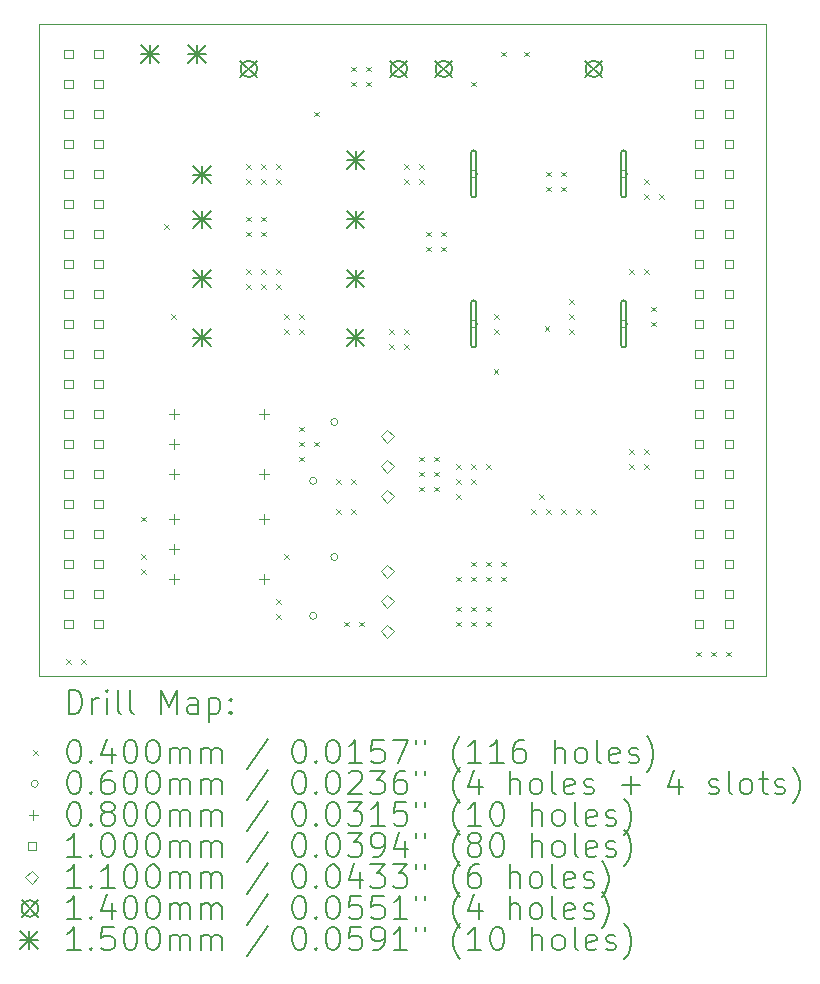
<source format=gbr>
%FSLAX45Y45*%
G04 Gerber Fmt 4.5, Leading zero omitted, Abs format (unit mm)*
G04 Created by KiCad (PCBNEW (6.0.2)) date 2022-02-22 23:30:32*
%MOMM*%
%LPD*%
G01*
G04 APERTURE LIST*
%TA.AperFunction,Profile*%
%ADD10C,0.100000*%
%TD*%
%ADD11C,0.200000*%
%ADD12C,0.040000*%
%ADD13C,0.060000*%
%ADD14C,0.080000*%
%ADD15C,0.100000*%
%ADD16C,0.110000*%
%ADD17C,0.140000*%
%ADD18C,0.150000*%
G04 APERTURE END LIST*
D10*
X15748000Y-7175500D02*
X21907500Y-7175500D01*
X15748000Y-1651000D02*
X15748000Y-7175500D01*
X21907500Y-1651000D02*
X15748000Y-1651000D01*
X21907500Y-7175500D02*
X21907500Y-1651000D01*
D11*
D12*
X15982000Y-7028500D02*
X16022000Y-7068500D01*
X16022000Y-7028500D02*
X15982000Y-7068500D01*
X16109000Y-7028500D02*
X16149000Y-7068500D01*
X16149000Y-7028500D02*
X16109000Y-7068500D01*
X16617000Y-5822000D02*
X16657000Y-5862000D01*
X16657000Y-5822000D02*
X16617000Y-5862000D01*
X16617000Y-6139500D02*
X16657000Y-6179500D01*
X16657000Y-6139500D02*
X16617000Y-6179500D01*
X16617000Y-6266500D02*
X16657000Y-6306500D01*
X16657000Y-6266500D02*
X16617000Y-6306500D01*
X16807500Y-3345500D02*
X16847500Y-3385500D01*
X16847500Y-3345500D02*
X16807500Y-3385500D01*
X16871000Y-4107500D02*
X16911000Y-4147500D01*
X16911000Y-4107500D02*
X16871000Y-4147500D01*
X17506000Y-2837500D02*
X17546000Y-2877500D01*
X17546000Y-2837500D02*
X17506000Y-2877500D01*
X17506000Y-2964500D02*
X17546000Y-3004500D01*
X17546000Y-2964500D02*
X17506000Y-3004500D01*
X17506000Y-3282000D02*
X17546000Y-3322000D01*
X17546000Y-3282000D02*
X17506000Y-3322000D01*
X17506000Y-3409000D02*
X17546000Y-3449000D01*
X17546000Y-3409000D02*
X17506000Y-3449000D01*
X17506000Y-3726500D02*
X17546000Y-3766500D01*
X17546000Y-3726500D02*
X17506000Y-3766500D01*
X17506000Y-3853500D02*
X17546000Y-3893500D01*
X17546000Y-3853500D02*
X17506000Y-3893500D01*
X17633000Y-2837500D02*
X17673000Y-2877500D01*
X17673000Y-2837500D02*
X17633000Y-2877500D01*
X17633000Y-2964500D02*
X17673000Y-3004500D01*
X17673000Y-2964500D02*
X17633000Y-3004500D01*
X17633000Y-3282000D02*
X17673000Y-3322000D01*
X17673000Y-3282000D02*
X17633000Y-3322000D01*
X17633000Y-3409000D02*
X17673000Y-3449000D01*
X17673000Y-3409000D02*
X17633000Y-3449000D01*
X17633000Y-3726500D02*
X17673000Y-3766500D01*
X17673000Y-3726500D02*
X17633000Y-3766500D01*
X17633000Y-3853500D02*
X17673000Y-3893500D01*
X17673000Y-3853500D02*
X17633000Y-3893500D01*
X17760000Y-2837500D02*
X17800000Y-2877500D01*
X17800000Y-2837500D02*
X17760000Y-2877500D01*
X17760000Y-2964500D02*
X17800000Y-3004500D01*
X17800000Y-2964500D02*
X17760000Y-3004500D01*
X17760000Y-3726500D02*
X17800000Y-3766500D01*
X17800000Y-3726500D02*
X17760000Y-3766500D01*
X17760000Y-3853500D02*
X17800000Y-3893500D01*
X17800000Y-3853500D02*
X17760000Y-3893500D01*
X17760000Y-6520500D02*
X17800000Y-6560500D01*
X17800000Y-6520500D02*
X17760000Y-6560500D01*
X17760000Y-6647500D02*
X17800000Y-6687500D01*
X17800000Y-6647500D02*
X17760000Y-6687500D01*
X17823500Y-4107500D02*
X17863500Y-4147500D01*
X17863500Y-4107500D02*
X17823500Y-4147500D01*
X17823500Y-4234500D02*
X17863500Y-4274500D01*
X17863500Y-4234500D02*
X17823500Y-4274500D01*
X17823500Y-6139500D02*
X17863500Y-6179500D01*
X17863500Y-6139500D02*
X17823500Y-6179500D01*
X17950500Y-4107500D02*
X17990500Y-4147500D01*
X17990500Y-4107500D02*
X17950500Y-4147500D01*
X17950500Y-4234500D02*
X17990500Y-4274500D01*
X17990500Y-4234500D02*
X17950500Y-4274500D01*
X17950500Y-5060000D02*
X17990500Y-5100000D01*
X17990500Y-5060000D02*
X17950500Y-5100000D01*
X17950500Y-5187000D02*
X17990500Y-5227000D01*
X17990500Y-5187000D02*
X17950500Y-5227000D01*
X17950500Y-5314000D02*
X17990500Y-5354000D01*
X17990500Y-5314000D02*
X17950500Y-5354000D01*
X18077500Y-2393000D02*
X18117500Y-2433000D01*
X18117500Y-2393000D02*
X18077500Y-2433000D01*
X18077500Y-5187000D02*
X18117500Y-5227000D01*
X18117500Y-5187000D02*
X18077500Y-5227000D01*
X18268000Y-5504500D02*
X18308000Y-5544500D01*
X18308000Y-5504500D02*
X18268000Y-5544500D01*
X18268000Y-5758500D02*
X18308000Y-5798500D01*
X18308000Y-5758500D02*
X18268000Y-5798500D01*
X18331500Y-6711000D02*
X18371500Y-6751000D01*
X18371500Y-6711000D02*
X18331500Y-6751000D01*
X18395000Y-2012000D02*
X18435000Y-2052000D01*
X18435000Y-2012000D02*
X18395000Y-2052000D01*
X18395000Y-2139000D02*
X18435000Y-2179000D01*
X18435000Y-2139000D02*
X18395000Y-2179000D01*
X18395000Y-5504500D02*
X18435000Y-5544500D01*
X18435000Y-5504500D02*
X18395000Y-5544500D01*
X18395000Y-5758500D02*
X18435000Y-5798500D01*
X18435000Y-5758500D02*
X18395000Y-5798500D01*
X18458500Y-6711000D02*
X18498500Y-6751000D01*
X18498500Y-6711000D02*
X18458500Y-6751000D01*
X18522000Y-2012000D02*
X18562000Y-2052000D01*
X18562000Y-2012000D02*
X18522000Y-2052000D01*
X18522000Y-2139000D02*
X18562000Y-2179000D01*
X18562000Y-2139000D02*
X18522000Y-2179000D01*
X18712500Y-4234500D02*
X18752500Y-4274500D01*
X18752500Y-4234500D02*
X18712500Y-4274500D01*
X18712500Y-4361500D02*
X18752500Y-4401500D01*
X18752500Y-4361500D02*
X18712500Y-4401500D01*
X18839500Y-2837500D02*
X18879500Y-2877500D01*
X18879500Y-2837500D02*
X18839500Y-2877500D01*
X18839500Y-2964500D02*
X18879500Y-3004500D01*
X18879500Y-2964500D02*
X18839500Y-3004500D01*
X18839500Y-4234500D02*
X18879500Y-4274500D01*
X18879500Y-4234500D02*
X18839500Y-4274500D01*
X18839500Y-4361500D02*
X18879500Y-4401500D01*
X18879500Y-4361500D02*
X18839500Y-4401500D01*
X18966500Y-2837500D02*
X19006500Y-2877500D01*
X19006500Y-2837500D02*
X18966500Y-2877500D01*
X18966500Y-2964500D02*
X19006500Y-3004500D01*
X19006500Y-2964500D02*
X18966500Y-3004500D01*
X18966500Y-5314000D02*
X19006500Y-5354000D01*
X19006500Y-5314000D02*
X18966500Y-5354000D01*
X18966500Y-5441000D02*
X19006500Y-5481000D01*
X19006500Y-5441000D02*
X18966500Y-5481000D01*
X18966500Y-5568000D02*
X19006500Y-5608000D01*
X19006500Y-5568000D02*
X18966500Y-5608000D01*
X19030000Y-3409000D02*
X19070000Y-3449000D01*
X19070000Y-3409000D02*
X19030000Y-3449000D01*
X19030000Y-3536000D02*
X19070000Y-3576000D01*
X19070000Y-3536000D02*
X19030000Y-3576000D01*
X19093500Y-5314000D02*
X19133500Y-5354000D01*
X19133500Y-5314000D02*
X19093500Y-5354000D01*
X19093500Y-5441000D02*
X19133500Y-5481000D01*
X19133500Y-5441000D02*
X19093500Y-5481000D01*
X19093500Y-5568000D02*
X19133500Y-5608000D01*
X19133500Y-5568000D02*
X19093500Y-5608000D01*
X19157000Y-3409000D02*
X19197000Y-3449000D01*
X19197000Y-3409000D02*
X19157000Y-3449000D01*
X19157000Y-3536000D02*
X19197000Y-3576000D01*
X19197000Y-3536000D02*
X19157000Y-3576000D01*
X19284000Y-5377500D02*
X19324000Y-5417500D01*
X19324000Y-5377500D02*
X19284000Y-5417500D01*
X19284000Y-5504500D02*
X19324000Y-5544500D01*
X19324000Y-5504500D02*
X19284000Y-5544500D01*
X19284000Y-5631500D02*
X19324000Y-5671500D01*
X19324000Y-5631500D02*
X19284000Y-5671500D01*
X19284000Y-6330000D02*
X19324000Y-6370000D01*
X19324000Y-6330000D02*
X19284000Y-6370000D01*
X19284000Y-6584000D02*
X19324000Y-6624000D01*
X19324000Y-6584000D02*
X19284000Y-6624000D01*
X19284000Y-6711000D02*
X19324000Y-6751000D01*
X19324000Y-6711000D02*
X19284000Y-6751000D01*
X19411000Y-2139000D02*
X19451000Y-2179000D01*
X19451000Y-2139000D02*
X19411000Y-2179000D01*
X19411000Y-5377500D02*
X19451000Y-5417500D01*
X19451000Y-5377500D02*
X19411000Y-5417500D01*
X19411000Y-5504500D02*
X19451000Y-5544500D01*
X19451000Y-5504500D02*
X19411000Y-5544500D01*
X19411000Y-6203000D02*
X19451000Y-6243000D01*
X19451000Y-6203000D02*
X19411000Y-6243000D01*
X19411000Y-6330000D02*
X19451000Y-6370000D01*
X19451000Y-6330000D02*
X19411000Y-6370000D01*
X19411000Y-6584000D02*
X19451000Y-6624000D01*
X19451000Y-6584000D02*
X19411000Y-6624000D01*
X19411000Y-6711000D02*
X19451000Y-6751000D01*
X19451000Y-6711000D02*
X19411000Y-6751000D01*
X19538000Y-5377500D02*
X19578000Y-5417500D01*
X19578000Y-5377500D02*
X19538000Y-5417500D01*
X19538000Y-6203000D02*
X19578000Y-6243000D01*
X19578000Y-6203000D02*
X19538000Y-6243000D01*
X19538000Y-6330000D02*
X19578000Y-6370000D01*
X19578000Y-6330000D02*
X19538000Y-6370000D01*
X19538000Y-6584000D02*
X19578000Y-6624000D01*
X19578000Y-6584000D02*
X19538000Y-6624000D01*
X19538000Y-6711000D02*
X19578000Y-6751000D01*
X19578000Y-6711000D02*
X19538000Y-6751000D01*
X19599800Y-4573090D02*
X19639800Y-4613090D01*
X19639800Y-4573090D02*
X19599800Y-4613090D01*
X19601500Y-4107500D02*
X19641500Y-4147500D01*
X19641500Y-4107500D02*
X19601500Y-4147500D01*
X19601500Y-4234500D02*
X19641500Y-4274500D01*
X19641500Y-4234500D02*
X19601500Y-4274500D01*
X19665000Y-1885000D02*
X19705000Y-1925000D01*
X19705000Y-1885000D02*
X19665000Y-1925000D01*
X19665000Y-6203000D02*
X19705000Y-6243000D01*
X19705000Y-6203000D02*
X19665000Y-6243000D01*
X19665000Y-6330000D02*
X19705000Y-6370000D01*
X19705000Y-6330000D02*
X19665000Y-6370000D01*
X19855500Y-1885000D02*
X19895500Y-1925000D01*
X19895500Y-1885000D02*
X19855500Y-1925000D01*
X19919000Y-5758500D02*
X19959000Y-5798500D01*
X19959000Y-5758500D02*
X19919000Y-5798500D01*
X19982500Y-5631500D02*
X20022500Y-5671500D01*
X20022500Y-5631500D02*
X19982500Y-5671500D01*
X20031410Y-4212110D02*
X20071410Y-4252110D01*
X20071410Y-4212110D02*
X20031410Y-4252110D01*
X20046000Y-2901000D02*
X20086000Y-2941000D01*
X20086000Y-2901000D02*
X20046000Y-2941000D01*
X20046000Y-3028000D02*
X20086000Y-3068000D01*
X20086000Y-3028000D02*
X20046000Y-3068000D01*
X20046000Y-5758500D02*
X20086000Y-5798500D01*
X20086000Y-5758500D02*
X20046000Y-5798500D01*
X20173000Y-2901000D02*
X20213000Y-2941000D01*
X20213000Y-2901000D02*
X20173000Y-2941000D01*
X20173000Y-3028000D02*
X20213000Y-3068000D01*
X20213000Y-3028000D02*
X20173000Y-3068000D01*
X20173000Y-5758500D02*
X20213000Y-5798500D01*
X20213000Y-5758500D02*
X20173000Y-5798500D01*
X20236500Y-3980500D02*
X20276500Y-4020500D01*
X20276500Y-3980500D02*
X20236500Y-4020500D01*
X20236500Y-4107500D02*
X20276500Y-4147500D01*
X20276500Y-4107500D02*
X20236500Y-4147500D01*
X20236500Y-4234500D02*
X20276500Y-4274500D01*
X20276500Y-4234500D02*
X20236500Y-4274500D01*
X20300000Y-5758500D02*
X20340000Y-5798500D01*
X20340000Y-5758500D02*
X20300000Y-5798500D01*
X20427000Y-5758500D02*
X20467000Y-5798500D01*
X20467000Y-5758500D02*
X20427000Y-5798500D01*
X20744500Y-3726500D02*
X20784500Y-3766500D01*
X20784500Y-3726500D02*
X20744500Y-3766500D01*
X20744500Y-5250500D02*
X20784500Y-5290500D01*
X20784500Y-5250500D02*
X20744500Y-5290500D01*
X20744500Y-5377500D02*
X20784500Y-5417500D01*
X20784500Y-5377500D02*
X20744500Y-5417500D01*
X20871500Y-2964500D02*
X20911500Y-3004500D01*
X20911500Y-2964500D02*
X20871500Y-3004500D01*
X20871500Y-3091500D02*
X20911500Y-3131500D01*
X20911500Y-3091500D02*
X20871500Y-3131500D01*
X20871500Y-3726500D02*
X20911500Y-3766500D01*
X20911500Y-3726500D02*
X20871500Y-3766500D01*
X20871500Y-5250500D02*
X20911500Y-5290500D01*
X20911500Y-5250500D02*
X20871500Y-5290500D01*
X20871500Y-5377500D02*
X20911500Y-5417500D01*
X20911500Y-5377500D02*
X20871500Y-5417500D01*
X20935000Y-4044000D02*
X20975000Y-4084000D01*
X20975000Y-4044000D02*
X20935000Y-4084000D01*
X20935000Y-4171000D02*
X20975000Y-4211000D01*
X20975000Y-4171000D02*
X20935000Y-4211000D01*
X20998500Y-3091500D02*
X21038500Y-3131500D01*
X21038500Y-3091500D02*
X20998500Y-3131500D01*
X21316000Y-6965000D02*
X21356000Y-7005000D01*
X21356000Y-6965000D02*
X21316000Y-7005000D01*
X21443000Y-6965000D02*
X21483000Y-7005000D01*
X21483000Y-6965000D02*
X21443000Y-7005000D01*
X21570000Y-6965000D02*
X21610000Y-7005000D01*
X21610000Y-6965000D02*
X21570000Y-7005000D01*
D13*
X18101000Y-5520500D02*
G75*
G03*
X18101000Y-5520500I-30000J0D01*
G01*
X18101000Y-6663500D02*
G75*
G03*
X18101000Y-6663500I-30000J0D01*
G01*
X18281000Y-5020500D02*
G75*
G03*
X18281000Y-5020500I-30000J0D01*
G01*
X18281000Y-6163500D02*
G75*
G03*
X18281000Y-6163500I-30000J0D01*
G01*
X19461000Y-2921000D02*
G75*
G03*
X19461000Y-2921000I-30000J0D01*
G01*
D11*
X19451000Y-3101000D02*
X19451000Y-2741000D01*
X19411000Y-3101000D02*
X19411000Y-2741000D01*
X19451000Y-2741000D02*
G75*
G03*
X19411000Y-2741000I-20000J0D01*
G01*
X19411000Y-3101000D02*
G75*
G03*
X19451000Y-3101000I20000J0D01*
G01*
D13*
X19461000Y-4191000D02*
G75*
G03*
X19461000Y-4191000I-30000J0D01*
G01*
D11*
X19451000Y-4371000D02*
X19451000Y-4011000D01*
X19411000Y-4371000D02*
X19411000Y-4011000D01*
X19451000Y-4011000D02*
G75*
G03*
X19411000Y-4011000I-20000J0D01*
G01*
X19411000Y-4371000D02*
G75*
G03*
X19451000Y-4371000I20000J0D01*
G01*
D13*
X20731000Y-2921000D02*
G75*
G03*
X20731000Y-2921000I-30000J0D01*
G01*
D11*
X20721000Y-3101000D02*
X20721000Y-2741000D01*
X20681000Y-3101000D02*
X20681000Y-2741000D01*
X20721000Y-2741000D02*
G75*
G03*
X20681000Y-2741000I-20000J0D01*
G01*
X20681000Y-3101000D02*
G75*
G03*
X20721000Y-3101000I20000J0D01*
G01*
D13*
X20731000Y-4191000D02*
G75*
G03*
X20731000Y-4191000I-30000J0D01*
G01*
D11*
X20721000Y-4371000D02*
X20721000Y-4011000D01*
X20681000Y-4371000D02*
X20681000Y-4011000D01*
X20721000Y-4011000D02*
G75*
G03*
X20681000Y-4011000I-20000J0D01*
G01*
X20681000Y-4371000D02*
G75*
G03*
X20721000Y-4371000I20000J0D01*
G01*
D14*
X16892000Y-4914500D02*
X16892000Y-4994500D01*
X16852000Y-4954500D02*
X16932000Y-4954500D01*
X16892000Y-5168500D02*
X16892000Y-5248500D01*
X16852000Y-5208500D02*
X16932000Y-5208500D01*
X16892000Y-5422500D02*
X16892000Y-5502500D01*
X16852000Y-5462500D02*
X16932000Y-5462500D01*
X16892000Y-5803500D02*
X16892000Y-5883500D01*
X16852000Y-5843500D02*
X16932000Y-5843500D01*
X16892000Y-6057500D02*
X16892000Y-6137500D01*
X16852000Y-6097500D02*
X16932000Y-6097500D01*
X16892000Y-6311500D02*
X16892000Y-6391500D01*
X16852000Y-6351500D02*
X16932000Y-6351500D01*
X17654000Y-4914500D02*
X17654000Y-4994500D01*
X17614000Y-4954500D02*
X17694000Y-4954500D01*
X17654000Y-5422500D02*
X17654000Y-5502500D01*
X17614000Y-5462500D02*
X17694000Y-5462500D01*
X17654000Y-5803500D02*
X17654000Y-5883500D01*
X17614000Y-5843500D02*
X17694000Y-5843500D01*
X17654000Y-6311500D02*
X17654000Y-6391500D01*
X17614000Y-6351500D02*
X17694000Y-6351500D01*
D15*
X16036856Y-1940856D02*
X16036856Y-1870144D01*
X15966144Y-1870144D01*
X15966144Y-1940856D01*
X16036856Y-1940856D01*
X16036856Y-2194856D02*
X16036856Y-2124144D01*
X15966144Y-2124144D01*
X15966144Y-2194856D01*
X16036856Y-2194856D01*
X16036856Y-2448856D02*
X16036856Y-2378144D01*
X15966144Y-2378144D01*
X15966144Y-2448856D01*
X16036856Y-2448856D01*
X16036856Y-2702856D02*
X16036856Y-2632144D01*
X15966144Y-2632144D01*
X15966144Y-2702856D01*
X16036856Y-2702856D01*
X16036856Y-2956856D02*
X16036856Y-2886144D01*
X15966144Y-2886144D01*
X15966144Y-2956856D01*
X16036856Y-2956856D01*
X16036856Y-3210856D02*
X16036856Y-3140144D01*
X15966144Y-3140144D01*
X15966144Y-3210856D01*
X16036856Y-3210856D01*
X16036856Y-3464856D02*
X16036856Y-3394144D01*
X15966144Y-3394144D01*
X15966144Y-3464856D01*
X16036856Y-3464856D01*
X16036856Y-3718856D02*
X16036856Y-3648144D01*
X15966144Y-3648144D01*
X15966144Y-3718856D01*
X16036856Y-3718856D01*
X16036856Y-3972856D02*
X16036856Y-3902144D01*
X15966144Y-3902144D01*
X15966144Y-3972856D01*
X16036856Y-3972856D01*
X16036856Y-4226856D02*
X16036856Y-4156144D01*
X15966144Y-4156144D01*
X15966144Y-4226856D01*
X16036856Y-4226856D01*
X16036856Y-4480856D02*
X16036856Y-4410144D01*
X15966144Y-4410144D01*
X15966144Y-4480856D01*
X16036856Y-4480856D01*
X16036856Y-4734856D02*
X16036856Y-4664144D01*
X15966144Y-4664144D01*
X15966144Y-4734856D01*
X16036856Y-4734856D01*
X16036856Y-4988856D02*
X16036856Y-4918144D01*
X15966144Y-4918144D01*
X15966144Y-4988856D01*
X16036856Y-4988856D01*
X16036856Y-5242856D02*
X16036856Y-5172144D01*
X15966144Y-5172144D01*
X15966144Y-5242856D01*
X16036856Y-5242856D01*
X16036856Y-5496856D02*
X16036856Y-5426144D01*
X15966144Y-5426144D01*
X15966144Y-5496856D01*
X16036856Y-5496856D01*
X16036856Y-5750856D02*
X16036856Y-5680144D01*
X15966144Y-5680144D01*
X15966144Y-5750856D01*
X16036856Y-5750856D01*
X16036856Y-6004856D02*
X16036856Y-5934144D01*
X15966144Y-5934144D01*
X15966144Y-6004856D01*
X16036856Y-6004856D01*
X16036856Y-6258856D02*
X16036856Y-6188144D01*
X15966144Y-6188144D01*
X15966144Y-6258856D01*
X16036856Y-6258856D01*
X16036856Y-6512856D02*
X16036856Y-6442144D01*
X15966144Y-6442144D01*
X15966144Y-6512856D01*
X16036856Y-6512856D01*
X16036856Y-6766856D02*
X16036856Y-6696144D01*
X15966144Y-6696144D01*
X15966144Y-6766856D01*
X16036856Y-6766856D01*
X16290856Y-1940856D02*
X16290856Y-1870144D01*
X16220144Y-1870144D01*
X16220144Y-1940856D01*
X16290856Y-1940856D01*
X16290856Y-2194856D02*
X16290856Y-2124144D01*
X16220144Y-2124144D01*
X16220144Y-2194856D01*
X16290856Y-2194856D01*
X16290856Y-2448856D02*
X16290856Y-2378144D01*
X16220144Y-2378144D01*
X16220144Y-2448856D01*
X16290856Y-2448856D01*
X16290856Y-2702856D02*
X16290856Y-2632144D01*
X16220144Y-2632144D01*
X16220144Y-2702856D01*
X16290856Y-2702856D01*
X16290856Y-2956856D02*
X16290856Y-2886144D01*
X16220144Y-2886144D01*
X16220144Y-2956856D01*
X16290856Y-2956856D01*
X16290856Y-3210856D02*
X16290856Y-3140144D01*
X16220144Y-3140144D01*
X16220144Y-3210856D01*
X16290856Y-3210856D01*
X16290856Y-3464856D02*
X16290856Y-3394144D01*
X16220144Y-3394144D01*
X16220144Y-3464856D01*
X16290856Y-3464856D01*
X16290856Y-3718856D02*
X16290856Y-3648144D01*
X16220144Y-3648144D01*
X16220144Y-3718856D01*
X16290856Y-3718856D01*
X16290856Y-3972856D02*
X16290856Y-3902144D01*
X16220144Y-3902144D01*
X16220144Y-3972856D01*
X16290856Y-3972856D01*
X16290856Y-4226856D02*
X16290856Y-4156144D01*
X16220144Y-4156144D01*
X16220144Y-4226856D01*
X16290856Y-4226856D01*
X16290856Y-4480856D02*
X16290856Y-4410144D01*
X16220144Y-4410144D01*
X16220144Y-4480856D01*
X16290856Y-4480856D01*
X16290856Y-4734856D02*
X16290856Y-4664144D01*
X16220144Y-4664144D01*
X16220144Y-4734856D01*
X16290856Y-4734856D01*
X16290856Y-4988856D02*
X16290856Y-4918144D01*
X16220144Y-4918144D01*
X16220144Y-4988856D01*
X16290856Y-4988856D01*
X16290856Y-5242856D02*
X16290856Y-5172144D01*
X16220144Y-5172144D01*
X16220144Y-5242856D01*
X16290856Y-5242856D01*
X16290856Y-5496856D02*
X16290856Y-5426144D01*
X16220144Y-5426144D01*
X16220144Y-5496856D01*
X16290856Y-5496856D01*
X16290856Y-5750856D02*
X16290856Y-5680144D01*
X16220144Y-5680144D01*
X16220144Y-5750856D01*
X16290856Y-5750856D01*
X16290856Y-6004856D02*
X16290856Y-5934144D01*
X16220144Y-5934144D01*
X16220144Y-6004856D01*
X16290856Y-6004856D01*
X16290856Y-6258856D02*
X16290856Y-6188144D01*
X16220144Y-6188144D01*
X16220144Y-6258856D01*
X16290856Y-6258856D01*
X16290856Y-6512856D02*
X16290856Y-6442144D01*
X16220144Y-6442144D01*
X16220144Y-6512856D01*
X16290856Y-6512856D01*
X16290856Y-6766856D02*
X16290856Y-6696144D01*
X16220144Y-6696144D01*
X16220144Y-6766856D01*
X16290856Y-6766856D01*
X21373356Y-1943356D02*
X21373356Y-1872644D01*
X21302644Y-1872644D01*
X21302644Y-1943356D01*
X21373356Y-1943356D01*
X21373356Y-2197356D02*
X21373356Y-2126644D01*
X21302644Y-2126644D01*
X21302644Y-2197356D01*
X21373356Y-2197356D01*
X21373356Y-2451356D02*
X21373356Y-2380644D01*
X21302644Y-2380644D01*
X21302644Y-2451356D01*
X21373356Y-2451356D01*
X21373356Y-2705356D02*
X21373356Y-2634644D01*
X21302644Y-2634644D01*
X21302644Y-2705356D01*
X21373356Y-2705356D01*
X21373356Y-2959356D02*
X21373356Y-2888644D01*
X21302644Y-2888644D01*
X21302644Y-2959356D01*
X21373356Y-2959356D01*
X21373356Y-3213356D02*
X21373356Y-3142644D01*
X21302644Y-3142644D01*
X21302644Y-3213356D01*
X21373356Y-3213356D01*
X21373356Y-3467356D02*
X21373356Y-3396644D01*
X21302644Y-3396644D01*
X21302644Y-3467356D01*
X21373356Y-3467356D01*
X21373356Y-3721356D02*
X21373356Y-3650644D01*
X21302644Y-3650644D01*
X21302644Y-3721356D01*
X21373356Y-3721356D01*
X21373356Y-3975356D02*
X21373356Y-3904644D01*
X21302644Y-3904644D01*
X21302644Y-3975356D01*
X21373356Y-3975356D01*
X21373356Y-4229356D02*
X21373356Y-4158644D01*
X21302644Y-4158644D01*
X21302644Y-4229356D01*
X21373356Y-4229356D01*
X21373356Y-4483356D02*
X21373356Y-4412644D01*
X21302644Y-4412644D01*
X21302644Y-4483356D01*
X21373356Y-4483356D01*
X21373356Y-4737356D02*
X21373356Y-4666644D01*
X21302644Y-4666644D01*
X21302644Y-4737356D01*
X21373356Y-4737356D01*
X21373356Y-4991356D02*
X21373356Y-4920644D01*
X21302644Y-4920644D01*
X21302644Y-4991356D01*
X21373356Y-4991356D01*
X21373356Y-5245356D02*
X21373356Y-5174644D01*
X21302644Y-5174644D01*
X21302644Y-5245356D01*
X21373356Y-5245356D01*
X21373356Y-5499356D02*
X21373356Y-5428644D01*
X21302644Y-5428644D01*
X21302644Y-5499356D01*
X21373356Y-5499356D01*
X21373356Y-5753356D02*
X21373356Y-5682644D01*
X21302644Y-5682644D01*
X21302644Y-5753356D01*
X21373356Y-5753356D01*
X21373356Y-6007356D02*
X21373356Y-5936644D01*
X21302644Y-5936644D01*
X21302644Y-6007356D01*
X21373356Y-6007356D01*
X21373356Y-6261356D02*
X21373356Y-6190644D01*
X21302644Y-6190644D01*
X21302644Y-6261356D01*
X21373356Y-6261356D01*
X21373356Y-6515356D02*
X21373356Y-6444644D01*
X21302644Y-6444644D01*
X21302644Y-6515356D01*
X21373356Y-6515356D01*
X21373356Y-6769356D02*
X21373356Y-6698644D01*
X21302644Y-6698644D01*
X21302644Y-6769356D01*
X21373356Y-6769356D01*
X21627356Y-1943356D02*
X21627356Y-1872644D01*
X21556644Y-1872644D01*
X21556644Y-1943356D01*
X21627356Y-1943356D01*
X21627356Y-2197356D02*
X21627356Y-2126644D01*
X21556644Y-2126644D01*
X21556644Y-2197356D01*
X21627356Y-2197356D01*
X21627356Y-2451356D02*
X21627356Y-2380644D01*
X21556644Y-2380644D01*
X21556644Y-2451356D01*
X21627356Y-2451356D01*
X21627356Y-2705356D02*
X21627356Y-2634644D01*
X21556644Y-2634644D01*
X21556644Y-2705356D01*
X21627356Y-2705356D01*
X21627356Y-2959356D02*
X21627356Y-2888644D01*
X21556644Y-2888644D01*
X21556644Y-2959356D01*
X21627356Y-2959356D01*
X21627356Y-3213356D02*
X21627356Y-3142644D01*
X21556644Y-3142644D01*
X21556644Y-3213356D01*
X21627356Y-3213356D01*
X21627356Y-3467356D02*
X21627356Y-3396644D01*
X21556644Y-3396644D01*
X21556644Y-3467356D01*
X21627356Y-3467356D01*
X21627356Y-3721356D02*
X21627356Y-3650644D01*
X21556644Y-3650644D01*
X21556644Y-3721356D01*
X21627356Y-3721356D01*
X21627356Y-3975356D02*
X21627356Y-3904644D01*
X21556644Y-3904644D01*
X21556644Y-3975356D01*
X21627356Y-3975356D01*
X21627356Y-4229356D02*
X21627356Y-4158644D01*
X21556644Y-4158644D01*
X21556644Y-4229356D01*
X21627356Y-4229356D01*
X21627356Y-4483356D02*
X21627356Y-4412644D01*
X21556644Y-4412644D01*
X21556644Y-4483356D01*
X21627356Y-4483356D01*
X21627356Y-4737356D02*
X21627356Y-4666644D01*
X21556644Y-4666644D01*
X21556644Y-4737356D01*
X21627356Y-4737356D01*
X21627356Y-4991356D02*
X21627356Y-4920644D01*
X21556644Y-4920644D01*
X21556644Y-4991356D01*
X21627356Y-4991356D01*
X21627356Y-5245356D02*
X21627356Y-5174644D01*
X21556644Y-5174644D01*
X21556644Y-5245356D01*
X21627356Y-5245356D01*
X21627356Y-5499356D02*
X21627356Y-5428644D01*
X21556644Y-5428644D01*
X21556644Y-5499356D01*
X21627356Y-5499356D01*
X21627356Y-5753356D02*
X21627356Y-5682644D01*
X21556644Y-5682644D01*
X21556644Y-5753356D01*
X21627356Y-5753356D01*
X21627356Y-6007356D02*
X21627356Y-5936644D01*
X21556644Y-5936644D01*
X21556644Y-6007356D01*
X21627356Y-6007356D01*
X21627356Y-6261356D02*
X21627356Y-6190644D01*
X21556644Y-6190644D01*
X21556644Y-6261356D01*
X21627356Y-6261356D01*
X21627356Y-6515356D02*
X21627356Y-6444644D01*
X21556644Y-6444644D01*
X21556644Y-6515356D01*
X21627356Y-6515356D01*
X21627356Y-6769356D02*
X21627356Y-6698644D01*
X21556644Y-6698644D01*
X21556644Y-6769356D01*
X21627356Y-6769356D01*
D16*
X18698500Y-5198500D02*
X18753500Y-5143500D01*
X18698500Y-5088500D01*
X18643500Y-5143500D01*
X18698500Y-5198500D01*
X18698500Y-5452500D02*
X18753500Y-5397500D01*
X18698500Y-5342500D01*
X18643500Y-5397500D01*
X18698500Y-5452500D01*
X18698500Y-5706500D02*
X18753500Y-5651500D01*
X18698500Y-5596500D01*
X18643500Y-5651500D01*
X18698500Y-5706500D01*
X18698500Y-6341500D02*
X18753500Y-6286500D01*
X18698500Y-6231500D01*
X18643500Y-6286500D01*
X18698500Y-6341500D01*
X18698500Y-6595500D02*
X18753500Y-6540500D01*
X18698500Y-6485500D01*
X18643500Y-6540500D01*
X18698500Y-6595500D01*
X18698500Y-6849500D02*
X18753500Y-6794500D01*
X18698500Y-6739500D01*
X18643500Y-6794500D01*
X18698500Y-6849500D01*
D17*
X17456000Y-1962000D02*
X17596000Y-2102000D01*
X17596000Y-1962000D02*
X17456000Y-2102000D01*
X17596000Y-2032000D02*
G75*
G03*
X17596000Y-2032000I-70000J0D01*
G01*
X18726000Y-1962000D02*
X18866000Y-2102000D01*
X18866000Y-1962000D02*
X18726000Y-2102000D01*
X18866000Y-2032000D02*
G75*
G03*
X18866000Y-2032000I-70000J0D01*
G01*
X19107000Y-1962000D02*
X19247000Y-2102000D01*
X19247000Y-1962000D02*
X19107000Y-2102000D01*
X19247000Y-2032000D02*
G75*
G03*
X19247000Y-2032000I-70000J0D01*
G01*
X20377000Y-1962000D02*
X20517000Y-2102000D01*
X20517000Y-1962000D02*
X20377000Y-2102000D01*
X20517000Y-2032000D02*
G75*
G03*
X20517000Y-2032000I-70000J0D01*
G01*
D18*
X16616000Y-1830000D02*
X16766000Y-1980000D01*
X16766000Y-1830000D02*
X16616000Y-1980000D01*
X16691000Y-1830000D02*
X16691000Y-1980000D01*
X16616000Y-1905000D02*
X16766000Y-1905000D01*
X17016000Y-1830000D02*
X17166000Y-1980000D01*
X17166000Y-1830000D02*
X17016000Y-1980000D01*
X17091000Y-1830000D02*
X17091000Y-1980000D01*
X17016000Y-1905000D02*
X17166000Y-1905000D01*
X17055000Y-2851000D02*
X17205000Y-3001000D01*
X17205000Y-2851000D02*
X17055000Y-3001000D01*
X17130000Y-2851000D02*
X17130000Y-3001000D01*
X17055000Y-2926000D02*
X17205000Y-2926000D01*
X17055000Y-3231000D02*
X17205000Y-3381000D01*
X17205000Y-3231000D02*
X17055000Y-3381000D01*
X17130000Y-3231000D02*
X17130000Y-3381000D01*
X17055000Y-3306000D02*
X17205000Y-3306000D01*
X17055000Y-3731000D02*
X17205000Y-3881000D01*
X17205000Y-3731000D02*
X17055000Y-3881000D01*
X17130000Y-3731000D02*
X17130000Y-3881000D01*
X17055000Y-3806000D02*
X17205000Y-3806000D01*
X17055000Y-4231000D02*
X17205000Y-4381000D01*
X17205000Y-4231000D02*
X17055000Y-4381000D01*
X17130000Y-4231000D02*
X17130000Y-4381000D01*
X17055000Y-4306000D02*
X17205000Y-4306000D01*
X18355000Y-2731000D02*
X18505000Y-2881000D01*
X18505000Y-2731000D02*
X18355000Y-2881000D01*
X18430000Y-2731000D02*
X18430000Y-2881000D01*
X18355000Y-2806000D02*
X18505000Y-2806000D01*
X18355000Y-3231000D02*
X18505000Y-3381000D01*
X18505000Y-3231000D02*
X18355000Y-3381000D01*
X18430000Y-3231000D02*
X18430000Y-3381000D01*
X18355000Y-3306000D02*
X18505000Y-3306000D01*
X18355000Y-3731000D02*
X18505000Y-3881000D01*
X18505000Y-3731000D02*
X18355000Y-3881000D01*
X18430000Y-3731000D02*
X18430000Y-3881000D01*
X18355000Y-3806000D02*
X18505000Y-3806000D01*
X18355000Y-4231000D02*
X18505000Y-4381000D01*
X18505000Y-4231000D02*
X18355000Y-4381000D01*
X18430000Y-4231000D02*
X18430000Y-4381000D01*
X18355000Y-4306000D02*
X18505000Y-4306000D01*
D11*
X16000619Y-7490976D02*
X16000619Y-7290976D01*
X16048238Y-7290976D01*
X16076809Y-7300500D01*
X16095857Y-7319548D01*
X16105381Y-7338595D01*
X16114905Y-7376690D01*
X16114905Y-7405262D01*
X16105381Y-7443357D01*
X16095857Y-7462405D01*
X16076809Y-7481452D01*
X16048238Y-7490976D01*
X16000619Y-7490976D01*
X16200619Y-7490976D02*
X16200619Y-7357643D01*
X16200619Y-7395738D02*
X16210143Y-7376690D01*
X16219667Y-7367167D01*
X16238714Y-7357643D01*
X16257762Y-7357643D01*
X16324428Y-7490976D02*
X16324428Y-7357643D01*
X16324428Y-7290976D02*
X16314905Y-7300500D01*
X16324428Y-7310024D01*
X16333952Y-7300500D01*
X16324428Y-7290976D01*
X16324428Y-7310024D01*
X16448238Y-7490976D02*
X16429190Y-7481452D01*
X16419667Y-7462405D01*
X16419667Y-7290976D01*
X16553000Y-7490976D02*
X16533952Y-7481452D01*
X16524428Y-7462405D01*
X16524428Y-7290976D01*
X16781571Y-7490976D02*
X16781571Y-7290976D01*
X16848238Y-7433833D01*
X16914905Y-7290976D01*
X16914905Y-7490976D01*
X17095857Y-7490976D02*
X17095857Y-7386214D01*
X17086333Y-7367167D01*
X17067286Y-7357643D01*
X17029190Y-7357643D01*
X17010143Y-7367167D01*
X17095857Y-7481452D02*
X17076810Y-7490976D01*
X17029190Y-7490976D01*
X17010143Y-7481452D01*
X17000619Y-7462405D01*
X17000619Y-7443357D01*
X17010143Y-7424309D01*
X17029190Y-7414786D01*
X17076810Y-7414786D01*
X17095857Y-7405262D01*
X17191095Y-7357643D02*
X17191095Y-7557643D01*
X17191095Y-7367167D02*
X17210143Y-7357643D01*
X17248238Y-7357643D01*
X17267286Y-7367167D01*
X17276810Y-7376690D01*
X17286333Y-7395738D01*
X17286333Y-7452881D01*
X17276810Y-7471928D01*
X17267286Y-7481452D01*
X17248238Y-7490976D01*
X17210143Y-7490976D01*
X17191095Y-7481452D01*
X17372048Y-7471928D02*
X17381571Y-7481452D01*
X17372048Y-7490976D01*
X17362524Y-7481452D01*
X17372048Y-7471928D01*
X17372048Y-7490976D01*
X17372048Y-7367167D02*
X17381571Y-7376690D01*
X17372048Y-7386214D01*
X17362524Y-7376690D01*
X17372048Y-7367167D01*
X17372048Y-7386214D01*
D12*
X15703000Y-7800500D02*
X15743000Y-7840500D01*
X15743000Y-7800500D02*
X15703000Y-7840500D01*
D11*
X16038714Y-7710976D02*
X16057762Y-7710976D01*
X16076809Y-7720500D01*
X16086333Y-7730024D01*
X16095857Y-7749071D01*
X16105381Y-7787167D01*
X16105381Y-7834786D01*
X16095857Y-7872881D01*
X16086333Y-7891928D01*
X16076809Y-7901452D01*
X16057762Y-7910976D01*
X16038714Y-7910976D01*
X16019667Y-7901452D01*
X16010143Y-7891928D01*
X16000619Y-7872881D01*
X15991095Y-7834786D01*
X15991095Y-7787167D01*
X16000619Y-7749071D01*
X16010143Y-7730024D01*
X16019667Y-7720500D01*
X16038714Y-7710976D01*
X16191095Y-7891928D02*
X16200619Y-7901452D01*
X16191095Y-7910976D01*
X16181571Y-7901452D01*
X16191095Y-7891928D01*
X16191095Y-7910976D01*
X16372048Y-7777643D02*
X16372048Y-7910976D01*
X16324428Y-7701452D02*
X16276809Y-7844309D01*
X16400619Y-7844309D01*
X16514905Y-7710976D02*
X16533952Y-7710976D01*
X16553000Y-7720500D01*
X16562524Y-7730024D01*
X16572048Y-7749071D01*
X16581571Y-7787167D01*
X16581571Y-7834786D01*
X16572048Y-7872881D01*
X16562524Y-7891928D01*
X16553000Y-7901452D01*
X16533952Y-7910976D01*
X16514905Y-7910976D01*
X16495857Y-7901452D01*
X16486333Y-7891928D01*
X16476809Y-7872881D01*
X16467286Y-7834786D01*
X16467286Y-7787167D01*
X16476809Y-7749071D01*
X16486333Y-7730024D01*
X16495857Y-7720500D01*
X16514905Y-7710976D01*
X16705381Y-7710976D02*
X16724428Y-7710976D01*
X16743476Y-7720500D01*
X16753000Y-7730024D01*
X16762524Y-7749071D01*
X16772048Y-7787167D01*
X16772048Y-7834786D01*
X16762524Y-7872881D01*
X16753000Y-7891928D01*
X16743476Y-7901452D01*
X16724428Y-7910976D01*
X16705381Y-7910976D01*
X16686333Y-7901452D01*
X16676809Y-7891928D01*
X16667286Y-7872881D01*
X16657762Y-7834786D01*
X16657762Y-7787167D01*
X16667286Y-7749071D01*
X16676809Y-7730024D01*
X16686333Y-7720500D01*
X16705381Y-7710976D01*
X16857762Y-7910976D02*
X16857762Y-7777643D01*
X16857762Y-7796690D02*
X16867286Y-7787167D01*
X16886333Y-7777643D01*
X16914905Y-7777643D01*
X16933952Y-7787167D01*
X16943476Y-7806214D01*
X16943476Y-7910976D01*
X16943476Y-7806214D02*
X16953000Y-7787167D01*
X16972048Y-7777643D01*
X17000619Y-7777643D01*
X17019667Y-7787167D01*
X17029190Y-7806214D01*
X17029190Y-7910976D01*
X17124429Y-7910976D02*
X17124429Y-7777643D01*
X17124429Y-7796690D02*
X17133952Y-7787167D01*
X17153000Y-7777643D01*
X17181571Y-7777643D01*
X17200619Y-7787167D01*
X17210143Y-7806214D01*
X17210143Y-7910976D01*
X17210143Y-7806214D02*
X17219667Y-7787167D01*
X17238714Y-7777643D01*
X17267286Y-7777643D01*
X17286333Y-7787167D01*
X17295857Y-7806214D01*
X17295857Y-7910976D01*
X17686333Y-7701452D02*
X17514905Y-7958595D01*
X17943476Y-7710976D02*
X17962524Y-7710976D01*
X17981571Y-7720500D01*
X17991095Y-7730024D01*
X18000619Y-7749071D01*
X18010143Y-7787167D01*
X18010143Y-7834786D01*
X18000619Y-7872881D01*
X17991095Y-7891928D01*
X17981571Y-7901452D01*
X17962524Y-7910976D01*
X17943476Y-7910976D01*
X17924429Y-7901452D01*
X17914905Y-7891928D01*
X17905381Y-7872881D01*
X17895857Y-7834786D01*
X17895857Y-7787167D01*
X17905381Y-7749071D01*
X17914905Y-7730024D01*
X17924429Y-7720500D01*
X17943476Y-7710976D01*
X18095857Y-7891928D02*
X18105381Y-7901452D01*
X18095857Y-7910976D01*
X18086333Y-7901452D01*
X18095857Y-7891928D01*
X18095857Y-7910976D01*
X18229190Y-7710976D02*
X18248238Y-7710976D01*
X18267286Y-7720500D01*
X18276810Y-7730024D01*
X18286333Y-7749071D01*
X18295857Y-7787167D01*
X18295857Y-7834786D01*
X18286333Y-7872881D01*
X18276810Y-7891928D01*
X18267286Y-7901452D01*
X18248238Y-7910976D01*
X18229190Y-7910976D01*
X18210143Y-7901452D01*
X18200619Y-7891928D01*
X18191095Y-7872881D01*
X18181571Y-7834786D01*
X18181571Y-7787167D01*
X18191095Y-7749071D01*
X18200619Y-7730024D01*
X18210143Y-7720500D01*
X18229190Y-7710976D01*
X18486333Y-7910976D02*
X18372048Y-7910976D01*
X18429190Y-7910976D02*
X18429190Y-7710976D01*
X18410143Y-7739548D01*
X18391095Y-7758595D01*
X18372048Y-7768119D01*
X18667286Y-7710976D02*
X18572048Y-7710976D01*
X18562524Y-7806214D01*
X18572048Y-7796690D01*
X18591095Y-7787167D01*
X18638714Y-7787167D01*
X18657762Y-7796690D01*
X18667286Y-7806214D01*
X18676810Y-7825262D01*
X18676810Y-7872881D01*
X18667286Y-7891928D01*
X18657762Y-7901452D01*
X18638714Y-7910976D01*
X18591095Y-7910976D01*
X18572048Y-7901452D01*
X18562524Y-7891928D01*
X18743476Y-7710976D02*
X18876810Y-7710976D01*
X18791095Y-7910976D01*
X18943476Y-7710976D02*
X18943476Y-7749071D01*
X19019667Y-7710976D02*
X19019667Y-7749071D01*
X19314905Y-7987167D02*
X19305381Y-7977643D01*
X19286333Y-7949071D01*
X19276810Y-7930024D01*
X19267286Y-7901452D01*
X19257762Y-7853833D01*
X19257762Y-7815738D01*
X19267286Y-7768119D01*
X19276810Y-7739548D01*
X19286333Y-7720500D01*
X19305381Y-7691928D01*
X19314905Y-7682405D01*
X19495857Y-7910976D02*
X19381571Y-7910976D01*
X19438714Y-7910976D02*
X19438714Y-7710976D01*
X19419667Y-7739548D01*
X19400619Y-7758595D01*
X19381571Y-7768119D01*
X19686333Y-7910976D02*
X19572048Y-7910976D01*
X19629190Y-7910976D02*
X19629190Y-7710976D01*
X19610143Y-7739548D01*
X19591095Y-7758595D01*
X19572048Y-7768119D01*
X19857762Y-7710976D02*
X19819667Y-7710976D01*
X19800619Y-7720500D01*
X19791095Y-7730024D01*
X19772048Y-7758595D01*
X19762524Y-7796690D01*
X19762524Y-7872881D01*
X19772048Y-7891928D01*
X19781571Y-7901452D01*
X19800619Y-7910976D01*
X19838714Y-7910976D01*
X19857762Y-7901452D01*
X19867286Y-7891928D01*
X19876810Y-7872881D01*
X19876810Y-7825262D01*
X19867286Y-7806214D01*
X19857762Y-7796690D01*
X19838714Y-7787167D01*
X19800619Y-7787167D01*
X19781571Y-7796690D01*
X19772048Y-7806214D01*
X19762524Y-7825262D01*
X20114905Y-7910976D02*
X20114905Y-7710976D01*
X20200619Y-7910976D02*
X20200619Y-7806214D01*
X20191095Y-7787167D01*
X20172048Y-7777643D01*
X20143476Y-7777643D01*
X20124429Y-7787167D01*
X20114905Y-7796690D01*
X20324429Y-7910976D02*
X20305381Y-7901452D01*
X20295857Y-7891928D01*
X20286333Y-7872881D01*
X20286333Y-7815738D01*
X20295857Y-7796690D01*
X20305381Y-7787167D01*
X20324429Y-7777643D01*
X20353000Y-7777643D01*
X20372048Y-7787167D01*
X20381571Y-7796690D01*
X20391095Y-7815738D01*
X20391095Y-7872881D01*
X20381571Y-7891928D01*
X20372048Y-7901452D01*
X20353000Y-7910976D01*
X20324429Y-7910976D01*
X20505381Y-7910976D02*
X20486333Y-7901452D01*
X20476810Y-7882405D01*
X20476810Y-7710976D01*
X20657762Y-7901452D02*
X20638714Y-7910976D01*
X20600619Y-7910976D01*
X20581571Y-7901452D01*
X20572048Y-7882405D01*
X20572048Y-7806214D01*
X20581571Y-7787167D01*
X20600619Y-7777643D01*
X20638714Y-7777643D01*
X20657762Y-7787167D01*
X20667286Y-7806214D01*
X20667286Y-7825262D01*
X20572048Y-7844309D01*
X20743476Y-7901452D02*
X20762524Y-7910976D01*
X20800619Y-7910976D01*
X20819667Y-7901452D01*
X20829190Y-7882405D01*
X20829190Y-7872881D01*
X20819667Y-7853833D01*
X20800619Y-7844309D01*
X20772048Y-7844309D01*
X20753000Y-7834786D01*
X20743476Y-7815738D01*
X20743476Y-7806214D01*
X20753000Y-7787167D01*
X20772048Y-7777643D01*
X20800619Y-7777643D01*
X20819667Y-7787167D01*
X20895857Y-7987167D02*
X20905381Y-7977643D01*
X20924429Y-7949071D01*
X20933952Y-7930024D01*
X20943476Y-7901452D01*
X20953000Y-7853833D01*
X20953000Y-7815738D01*
X20943476Y-7768119D01*
X20933952Y-7739548D01*
X20924429Y-7720500D01*
X20905381Y-7691928D01*
X20895857Y-7682405D01*
D13*
X15743000Y-8084500D02*
G75*
G03*
X15743000Y-8084500I-30000J0D01*
G01*
D11*
X16038714Y-7974976D02*
X16057762Y-7974976D01*
X16076809Y-7984500D01*
X16086333Y-7994024D01*
X16095857Y-8013071D01*
X16105381Y-8051167D01*
X16105381Y-8098786D01*
X16095857Y-8136881D01*
X16086333Y-8155928D01*
X16076809Y-8165452D01*
X16057762Y-8174976D01*
X16038714Y-8174976D01*
X16019667Y-8165452D01*
X16010143Y-8155928D01*
X16000619Y-8136881D01*
X15991095Y-8098786D01*
X15991095Y-8051167D01*
X16000619Y-8013071D01*
X16010143Y-7994024D01*
X16019667Y-7984500D01*
X16038714Y-7974976D01*
X16191095Y-8155928D02*
X16200619Y-8165452D01*
X16191095Y-8174976D01*
X16181571Y-8165452D01*
X16191095Y-8155928D01*
X16191095Y-8174976D01*
X16372048Y-7974976D02*
X16333952Y-7974976D01*
X16314905Y-7984500D01*
X16305381Y-7994024D01*
X16286333Y-8022595D01*
X16276809Y-8060690D01*
X16276809Y-8136881D01*
X16286333Y-8155928D01*
X16295857Y-8165452D01*
X16314905Y-8174976D01*
X16353000Y-8174976D01*
X16372048Y-8165452D01*
X16381571Y-8155928D01*
X16391095Y-8136881D01*
X16391095Y-8089262D01*
X16381571Y-8070214D01*
X16372048Y-8060690D01*
X16353000Y-8051167D01*
X16314905Y-8051167D01*
X16295857Y-8060690D01*
X16286333Y-8070214D01*
X16276809Y-8089262D01*
X16514905Y-7974976D02*
X16533952Y-7974976D01*
X16553000Y-7984500D01*
X16562524Y-7994024D01*
X16572048Y-8013071D01*
X16581571Y-8051167D01*
X16581571Y-8098786D01*
X16572048Y-8136881D01*
X16562524Y-8155928D01*
X16553000Y-8165452D01*
X16533952Y-8174976D01*
X16514905Y-8174976D01*
X16495857Y-8165452D01*
X16486333Y-8155928D01*
X16476809Y-8136881D01*
X16467286Y-8098786D01*
X16467286Y-8051167D01*
X16476809Y-8013071D01*
X16486333Y-7994024D01*
X16495857Y-7984500D01*
X16514905Y-7974976D01*
X16705381Y-7974976D02*
X16724428Y-7974976D01*
X16743476Y-7984500D01*
X16753000Y-7994024D01*
X16762524Y-8013071D01*
X16772048Y-8051167D01*
X16772048Y-8098786D01*
X16762524Y-8136881D01*
X16753000Y-8155928D01*
X16743476Y-8165452D01*
X16724428Y-8174976D01*
X16705381Y-8174976D01*
X16686333Y-8165452D01*
X16676809Y-8155928D01*
X16667286Y-8136881D01*
X16657762Y-8098786D01*
X16657762Y-8051167D01*
X16667286Y-8013071D01*
X16676809Y-7994024D01*
X16686333Y-7984500D01*
X16705381Y-7974976D01*
X16857762Y-8174976D02*
X16857762Y-8041643D01*
X16857762Y-8060690D02*
X16867286Y-8051167D01*
X16886333Y-8041643D01*
X16914905Y-8041643D01*
X16933952Y-8051167D01*
X16943476Y-8070214D01*
X16943476Y-8174976D01*
X16943476Y-8070214D02*
X16953000Y-8051167D01*
X16972048Y-8041643D01*
X17000619Y-8041643D01*
X17019667Y-8051167D01*
X17029190Y-8070214D01*
X17029190Y-8174976D01*
X17124429Y-8174976D02*
X17124429Y-8041643D01*
X17124429Y-8060690D02*
X17133952Y-8051167D01*
X17153000Y-8041643D01*
X17181571Y-8041643D01*
X17200619Y-8051167D01*
X17210143Y-8070214D01*
X17210143Y-8174976D01*
X17210143Y-8070214D02*
X17219667Y-8051167D01*
X17238714Y-8041643D01*
X17267286Y-8041643D01*
X17286333Y-8051167D01*
X17295857Y-8070214D01*
X17295857Y-8174976D01*
X17686333Y-7965452D02*
X17514905Y-8222595D01*
X17943476Y-7974976D02*
X17962524Y-7974976D01*
X17981571Y-7984500D01*
X17991095Y-7994024D01*
X18000619Y-8013071D01*
X18010143Y-8051167D01*
X18010143Y-8098786D01*
X18000619Y-8136881D01*
X17991095Y-8155928D01*
X17981571Y-8165452D01*
X17962524Y-8174976D01*
X17943476Y-8174976D01*
X17924429Y-8165452D01*
X17914905Y-8155928D01*
X17905381Y-8136881D01*
X17895857Y-8098786D01*
X17895857Y-8051167D01*
X17905381Y-8013071D01*
X17914905Y-7994024D01*
X17924429Y-7984500D01*
X17943476Y-7974976D01*
X18095857Y-8155928D02*
X18105381Y-8165452D01*
X18095857Y-8174976D01*
X18086333Y-8165452D01*
X18095857Y-8155928D01*
X18095857Y-8174976D01*
X18229190Y-7974976D02*
X18248238Y-7974976D01*
X18267286Y-7984500D01*
X18276810Y-7994024D01*
X18286333Y-8013071D01*
X18295857Y-8051167D01*
X18295857Y-8098786D01*
X18286333Y-8136881D01*
X18276810Y-8155928D01*
X18267286Y-8165452D01*
X18248238Y-8174976D01*
X18229190Y-8174976D01*
X18210143Y-8165452D01*
X18200619Y-8155928D01*
X18191095Y-8136881D01*
X18181571Y-8098786D01*
X18181571Y-8051167D01*
X18191095Y-8013071D01*
X18200619Y-7994024D01*
X18210143Y-7984500D01*
X18229190Y-7974976D01*
X18372048Y-7994024D02*
X18381571Y-7984500D01*
X18400619Y-7974976D01*
X18448238Y-7974976D01*
X18467286Y-7984500D01*
X18476810Y-7994024D01*
X18486333Y-8013071D01*
X18486333Y-8032119D01*
X18476810Y-8060690D01*
X18362524Y-8174976D01*
X18486333Y-8174976D01*
X18553000Y-7974976D02*
X18676810Y-7974976D01*
X18610143Y-8051167D01*
X18638714Y-8051167D01*
X18657762Y-8060690D01*
X18667286Y-8070214D01*
X18676810Y-8089262D01*
X18676810Y-8136881D01*
X18667286Y-8155928D01*
X18657762Y-8165452D01*
X18638714Y-8174976D01*
X18581571Y-8174976D01*
X18562524Y-8165452D01*
X18553000Y-8155928D01*
X18848238Y-7974976D02*
X18810143Y-7974976D01*
X18791095Y-7984500D01*
X18781571Y-7994024D01*
X18762524Y-8022595D01*
X18753000Y-8060690D01*
X18753000Y-8136881D01*
X18762524Y-8155928D01*
X18772048Y-8165452D01*
X18791095Y-8174976D01*
X18829190Y-8174976D01*
X18848238Y-8165452D01*
X18857762Y-8155928D01*
X18867286Y-8136881D01*
X18867286Y-8089262D01*
X18857762Y-8070214D01*
X18848238Y-8060690D01*
X18829190Y-8051167D01*
X18791095Y-8051167D01*
X18772048Y-8060690D01*
X18762524Y-8070214D01*
X18753000Y-8089262D01*
X18943476Y-7974976D02*
X18943476Y-8013071D01*
X19019667Y-7974976D02*
X19019667Y-8013071D01*
X19314905Y-8251167D02*
X19305381Y-8241643D01*
X19286333Y-8213071D01*
X19276810Y-8194024D01*
X19267286Y-8165452D01*
X19257762Y-8117833D01*
X19257762Y-8079738D01*
X19267286Y-8032119D01*
X19276810Y-8003548D01*
X19286333Y-7984500D01*
X19305381Y-7955928D01*
X19314905Y-7946405D01*
X19476810Y-8041643D02*
X19476810Y-8174976D01*
X19429190Y-7965452D02*
X19381571Y-8108309D01*
X19505381Y-8108309D01*
X19733952Y-8174976D02*
X19733952Y-7974976D01*
X19819667Y-8174976D02*
X19819667Y-8070214D01*
X19810143Y-8051167D01*
X19791095Y-8041643D01*
X19762524Y-8041643D01*
X19743476Y-8051167D01*
X19733952Y-8060690D01*
X19943476Y-8174976D02*
X19924429Y-8165452D01*
X19914905Y-8155928D01*
X19905381Y-8136881D01*
X19905381Y-8079738D01*
X19914905Y-8060690D01*
X19924429Y-8051167D01*
X19943476Y-8041643D01*
X19972048Y-8041643D01*
X19991095Y-8051167D01*
X20000619Y-8060690D01*
X20010143Y-8079738D01*
X20010143Y-8136881D01*
X20000619Y-8155928D01*
X19991095Y-8165452D01*
X19972048Y-8174976D01*
X19943476Y-8174976D01*
X20124429Y-8174976D02*
X20105381Y-8165452D01*
X20095857Y-8146405D01*
X20095857Y-7974976D01*
X20276810Y-8165452D02*
X20257762Y-8174976D01*
X20219667Y-8174976D01*
X20200619Y-8165452D01*
X20191095Y-8146405D01*
X20191095Y-8070214D01*
X20200619Y-8051167D01*
X20219667Y-8041643D01*
X20257762Y-8041643D01*
X20276810Y-8051167D01*
X20286333Y-8070214D01*
X20286333Y-8089262D01*
X20191095Y-8108309D01*
X20362524Y-8165452D02*
X20381571Y-8174976D01*
X20419667Y-8174976D01*
X20438714Y-8165452D01*
X20448238Y-8146405D01*
X20448238Y-8136881D01*
X20438714Y-8117833D01*
X20419667Y-8108309D01*
X20391095Y-8108309D01*
X20372048Y-8098786D01*
X20362524Y-8079738D01*
X20362524Y-8070214D01*
X20372048Y-8051167D01*
X20391095Y-8041643D01*
X20419667Y-8041643D01*
X20438714Y-8051167D01*
X20686333Y-8098786D02*
X20838714Y-8098786D01*
X20762524Y-8174976D02*
X20762524Y-8022595D01*
X21172048Y-8041643D02*
X21172048Y-8174976D01*
X21124429Y-7965452D02*
X21076810Y-8108309D01*
X21200619Y-8108309D01*
X21419667Y-8165452D02*
X21438714Y-8174976D01*
X21476810Y-8174976D01*
X21495857Y-8165452D01*
X21505381Y-8146405D01*
X21505381Y-8136881D01*
X21495857Y-8117833D01*
X21476810Y-8108309D01*
X21448238Y-8108309D01*
X21429190Y-8098786D01*
X21419667Y-8079738D01*
X21419667Y-8070214D01*
X21429190Y-8051167D01*
X21448238Y-8041643D01*
X21476810Y-8041643D01*
X21495857Y-8051167D01*
X21619667Y-8174976D02*
X21600619Y-8165452D01*
X21591095Y-8146405D01*
X21591095Y-7974976D01*
X21724429Y-8174976D02*
X21705381Y-8165452D01*
X21695857Y-8155928D01*
X21686333Y-8136881D01*
X21686333Y-8079738D01*
X21695857Y-8060690D01*
X21705381Y-8051167D01*
X21724429Y-8041643D01*
X21753000Y-8041643D01*
X21772048Y-8051167D01*
X21781571Y-8060690D01*
X21791095Y-8079738D01*
X21791095Y-8136881D01*
X21781571Y-8155928D01*
X21772048Y-8165452D01*
X21753000Y-8174976D01*
X21724429Y-8174976D01*
X21848238Y-8041643D02*
X21924429Y-8041643D01*
X21876810Y-7974976D02*
X21876810Y-8146405D01*
X21886333Y-8165452D01*
X21905381Y-8174976D01*
X21924429Y-8174976D01*
X21981571Y-8165452D02*
X22000619Y-8174976D01*
X22038714Y-8174976D01*
X22057762Y-8165452D01*
X22067286Y-8146405D01*
X22067286Y-8136881D01*
X22057762Y-8117833D01*
X22038714Y-8108309D01*
X22010143Y-8108309D01*
X21991095Y-8098786D01*
X21981571Y-8079738D01*
X21981571Y-8070214D01*
X21991095Y-8051167D01*
X22010143Y-8041643D01*
X22038714Y-8041643D01*
X22057762Y-8051167D01*
X22133952Y-8251167D02*
X22143476Y-8241643D01*
X22162524Y-8213071D01*
X22172048Y-8194024D01*
X22181571Y-8165452D01*
X22191095Y-8117833D01*
X22191095Y-8079738D01*
X22181571Y-8032119D01*
X22172048Y-8003548D01*
X22162524Y-7984500D01*
X22143476Y-7955928D01*
X22133952Y-7946405D01*
D14*
X15703000Y-8308500D02*
X15703000Y-8388500D01*
X15663000Y-8348500D02*
X15743000Y-8348500D01*
D11*
X16038714Y-8238976D02*
X16057762Y-8238976D01*
X16076809Y-8248500D01*
X16086333Y-8258024D01*
X16095857Y-8277071D01*
X16105381Y-8315167D01*
X16105381Y-8362786D01*
X16095857Y-8400881D01*
X16086333Y-8419929D01*
X16076809Y-8429452D01*
X16057762Y-8438976D01*
X16038714Y-8438976D01*
X16019667Y-8429452D01*
X16010143Y-8419929D01*
X16000619Y-8400881D01*
X15991095Y-8362786D01*
X15991095Y-8315167D01*
X16000619Y-8277071D01*
X16010143Y-8258024D01*
X16019667Y-8248500D01*
X16038714Y-8238976D01*
X16191095Y-8419929D02*
X16200619Y-8429452D01*
X16191095Y-8438976D01*
X16181571Y-8429452D01*
X16191095Y-8419929D01*
X16191095Y-8438976D01*
X16314905Y-8324690D02*
X16295857Y-8315167D01*
X16286333Y-8305643D01*
X16276809Y-8286595D01*
X16276809Y-8277071D01*
X16286333Y-8258024D01*
X16295857Y-8248500D01*
X16314905Y-8238976D01*
X16353000Y-8238976D01*
X16372048Y-8248500D01*
X16381571Y-8258024D01*
X16391095Y-8277071D01*
X16391095Y-8286595D01*
X16381571Y-8305643D01*
X16372048Y-8315167D01*
X16353000Y-8324690D01*
X16314905Y-8324690D01*
X16295857Y-8334214D01*
X16286333Y-8343738D01*
X16276809Y-8362786D01*
X16276809Y-8400881D01*
X16286333Y-8419929D01*
X16295857Y-8429452D01*
X16314905Y-8438976D01*
X16353000Y-8438976D01*
X16372048Y-8429452D01*
X16381571Y-8419929D01*
X16391095Y-8400881D01*
X16391095Y-8362786D01*
X16381571Y-8343738D01*
X16372048Y-8334214D01*
X16353000Y-8324690D01*
X16514905Y-8238976D02*
X16533952Y-8238976D01*
X16553000Y-8248500D01*
X16562524Y-8258024D01*
X16572048Y-8277071D01*
X16581571Y-8315167D01*
X16581571Y-8362786D01*
X16572048Y-8400881D01*
X16562524Y-8419929D01*
X16553000Y-8429452D01*
X16533952Y-8438976D01*
X16514905Y-8438976D01*
X16495857Y-8429452D01*
X16486333Y-8419929D01*
X16476809Y-8400881D01*
X16467286Y-8362786D01*
X16467286Y-8315167D01*
X16476809Y-8277071D01*
X16486333Y-8258024D01*
X16495857Y-8248500D01*
X16514905Y-8238976D01*
X16705381Y-8238976D02*
X16724428Y-8238976D01*
X16743476Y-8248500D01*
X16753000Y-8258024D01*
X16762524Y-8277071D01*
X16772048Y-8315167D01*
X16772048Y-8362786D01*
X16762524Y-8400881D01*
X16753000Y-8419929D01*
X16743476Y-8429452D01*
X16724428Y-8438976D01*
X16705381Y-8438976D01*
X16686333Y-8429452D01*
X16676809Y-8419929D01*
X16667286Y-8400881D01*
X16657762Y-8362786D01*
X16657762Y-8315167D01*
X16667286Y-8277071D01*
X16676809Y-8258024D01*
X16686333Y-8248500D01*
X16705381Y-8238976D01*
X16857762Y-8438976D02*
X16857762Y-8305643D01*
X16857762Y-8324690D02*
X16867286Y-8315167D01*
X16886333Y-8305643D01*
X16914905Y-8305643D01*
X16933952Y-8315167D01*
X16943476Y-8334214D01*
X16943476Y-8438976D01*
X16943476Y-8334214D02*
X16953000Y-8315167D01*
X16972048Y-8305643D01*
X17000619Y-8305643D01*
X17019667Y-8315167D01*
X17029190Y-8334214D01*
X17029190Y-8438976D01*
X17124429Y-8438976D02*
X17124429Y-8305643D01*
X17124429Y-8324690D02*
X17133952Y-8315167D01*
X17153000Y-8305643D01*
X17181571Y-8305643D01*
X17200619Y-8315167D01*
X17210143Y-8334214D01*
X17210143Y-8438976D01*
X17210143Y-8334214D02*
X17219667Y-8315167D01*
X17238714Y-8305643D01*
X17267286Y-8305643D01*
X17286333Y-8315167D01*
X17295857Y-8334214D01*
X17295857Y-8438976D01*
X17686333Y-8229452D02*
X17514905Y-8486595D01*
X17943476Y-8238976D02*
X17962524Y-8238976D01*
X17981571Y-8248500D01*
X17991095Y-8258024D01*
X18000619Y-8277071D01*
X18010143Y-8315167D01*
X18010143Y-8362786D01*
X18000619Y-8400881D01*
X17991095Y-8419929D01*
X17981571Y-8429452D01*
X17962524Y-8438976D01*
X17943476Y-8438976D01*
X17924429Y-8429452D01*
X17914905Y-8419929D01*
X17905381Y-8400881D01*
X17895857Y-8362786D01*
X17895857Y-8315167D01*
X17905381Y-8277071D01*
X17914905Y-8258024D01*
X17924429Y-8248500D01*
X17943476Y-8238976D01*
X18095857Y-8419929D02*
X18105381Y-8429452D01*
X18095857Y-8438976D01*
X18086333Y-8429452D01*
X18095857Y-8419929D01*
X18095857Y-8438976D01*
X18229190Y-8238976D02*
X18248238Y-8238976D01*
X18267286Y-8248500D01*
X18276810Y-8258024D01*
X18286333Y-8277071D01*
X18295857Y-8315167D01*
X18295857Y-8362786D01*
X18286333Y-8400881D01*
X18276810Y-8419929D01*
X18267286Y-8429452D01*
X18248238Y-8438976D01*
X18229190Y-8438976D01*
X18210143Y-8429452D01*
X18200619Y-8419929D01*
X18191095Y-8400881D01*
X18181571Y-8362786D01*
X18181571Y-8315167D01*
X18191095Y-8277071D01*
X18200619Y-8258024D01*
X18210143Y-8248500D01*
X18229190Y-8238976D01*
X18362524Y-8238976D02*
X18486333Y-8238976D01*
X18419667Y-8315167D01*
X18448238Y-8315167D01*
X18467286Y-8324690D01*
X18476810Y-8334214D01*
X18486333Y-8353262D01*
X18486333Y-8400881D01*
X18476810Y-8419929D01*
X18467286Y-8429452D01*
X18448238Y-8438976D01*
X18391095Y-8438976D01*
X18372048Y-8429452D01*
X18362524Y-8419929D01*
X18676810Y-8438976D02*
X18562524Y-8438976D01*
X18619667Y-8438976D02*
X18619667Y-8238976D01*
X18600619Y-8267548D01*
X18581571Y-8286595D01*
X18562524Y-8296119D01*
X18857762Y-8238976D02*
X18762524Y-8238976D01*
X18753000Y-8334214D01*
X18762524Y-8324690D01*
X18781571Y-8315167D01*
X18829190Y-8315167D01*
X18848238Y-8324690D01*
X18857762Y-8334214D01*
X18867286Y-8353262D01*
X18867286Y-8400881D01*
X18857762Y-8419929D01*
X18848238Y-8429452D01*
X18829190Y-8438976D01*
X18781571Y-8438976D01*
X18762524Y-8429452D01*
X18753000Y-8419929D01*
X18943476Y-8238976D02*
X18943476Y-8277071D01*
X19019667Y-8238976D02*
X19019667Y-8277071D01*
X19314905Y-8515167D02*
X19305381Y-8505643D01*
X19286333Y-8477071D01*
X19276810Y-8458024D01*
X19267286Y-8429452D01*
X19257762Y-8381833D01*
X19257762Y-8343738D01*
X19267286Y-8296119D01*
X19276810Y-8267548D01*
X19286333Y-8248500D01*
X19305381Y-8219928D01*
X19314905Y-8210405D01*
X19495857Y-8438976D02*
X19381571Y-8438976D01*
X19438714Y-8438976D02*
X19438714Y-8238976D01*
X19419667Y-8267548D01*
X19400619Y-8286595D01*
X19381571Y-8296119D01*
X19619667Y-8238976D02*
X19638714Y-8238976D01*
X19657762Y-8248500D01*
X19667286Y-8258024D01*
X19676810Y-8277071D01*
X19686333Y-8315167D01*
X19686333Y-8362786D01*
X19676810Y-8400881D01*
X19667286Y-8419929D01*
X19657762Y-8429452D01*
X19638714Y-8438976D01*
X19619667Y-8438976D01*
X19600619Y-8429452D01*
X19591095Y-8419929D01*
X19581571Y-8400881D01*
X19572048Y-8362786D01*
X19572048Y-8315167D01*
X19581571Y-8277071D01*
X19591095Y-8258024D01*
X19600619Y-8248500D01*
X19619667Y-8238976D01*
X19924429Y-8438976D02*
X19924429Y-8238976D01*
X20010143Y-8438976D02*
X20010143Y-8334214D01*
X20000619Y-8315167D01*
X19981571Y-8305643D01*
X19953000Y-8305643D01*
X19933952Y-8315167D01*
X19924429Y-8324690D01*
X20133952Y-8438976D02*
X20114905Y-8429452D01*
X20105381Y-8419929D01*
X20095857Y-8400881D01*
X20095857Y-8343738D01*
X20105381Y-8324690D01*
X20114905Y-8315167D01*
X20133952Y-8305643D01*
X20162524Y-8305643D01*
X20181571Y-8315167D01*
X20191095Y-8324690D01*
X20200619Y-8343738D01*
X20200619Y-8400881D01*
X20191095Y-8419929D01*
X20181571Y-8429452D01*
X20162524Y-8438976D01*
X20133952Y-8438976D01*
X20314905Y-8438976D02*
X20295857Y-8429452D01*
X20286333Y-8410405D01*
X20286333Y-8238976D01*
X20467286Y-8429452D02*
X20448238Y-8438976D01*
X20410143Y-8438976D01*
X20391095Y-8429452D01*
X20381571Y-8410405D01*
X20381571Y-8334214D01*
X20391095Y-8315167D01*
X20410143Y-8305643D01*
X20448238Y-8305643D01*
X20467286Y-8315167D01*
X20476810Y-8334214D01*
X20476810Y-8353262D01*
X20381571Y-8372309D01*
X20553000Y-8429452D02*
X20572048Y-8438976D01*
X20610143Y-8438976D01*
X20629190Y-8429452D01*
X20638714Y-8410405D01*
X20638714Y-8400881D01*
X20629190Y-8381833D01*
X20610143Y-8372309D01*
X20581571Y-8372309D01*
X20562524Y-8362786D01*
X20553000Y-8343738D01*
X20553000Y-8334214D01*
X20562524Y-8315167D01*
X20581571Y-8305643D01*
X20610143Y-8305643D01*
X20629190Y-8315167D01*
X20705381Y-8515167D02*
X20714905Y-8505643D01*
X20733952Y-8477071D01*
X20743476Y-8458024D01*
X20753000Y-8429452D01*
X20762524Y-8381833D01*
X20762524Y-8343738D01*
X20753000Y-8296119D01*
X20743476Y-8267548D01*
X20733952Y-8248500D01*
X20714905Y-8219928D01*
X20705381Y-8210405D01*
D15*
X15728356Y-8647856D02*
X15728356Y-8577144D01*
X15657644Y-8577144D01*
X15657644Y-8647856D01*
X15728356Y-8647856D01*
D11*
X16105381Y-8702976D02*
X15991095Y-8702976D01*
X16048238Y-8702976D02*
X16048238Y-8502976D01*
X16029190Y-8531548D01*
X16010143Y-8550595D01*
X15991095Y-8560119D01*
X16191095Y-8683929D02*
X16200619Y-8693452D01*
X16191095Y-8702976D01*
X16181571Y-8693452D01*
X16191095Y-8683929D01*
X16191095Y-8702976D01*
X16324428Y-8502976D02*
X16343476Y-8502976D01*
X16362524Y-8512500D01*
X16372048Y-8522024D01*
X16381571Y-8541071D01*
X16391095Y-8579167D01*
X16391095Y-8626786D01*
X16381571Y-8664881D01*
X16372048Y-8683929D01*
X16362524Y-8693452D01*
X16343476Y-8702976D01*
X16324428Y-8702976D01*
X16305381Y-8693452D01*
X16295857Y-8683929D01*
X16286333Y-8664881D01*
X16276809Y-8626786D01*
X16276809Y-8579167D01*
X16286333Y-8541071D01*
X16295857Y-8522024D01*
X16305381Y-8512500D01*
X16324428Y-8502976D01*
X16514905Y-8502976D02*
X16533952Y-8502976D01*
X16553000Y-8512500D01*
X16562524Y-8522024D01*
X16572048Y-8541071D01*
X16581571Y-8579167D01*
X16581571Y-8626786D01*
X16572048Y-8664881D01*
X16562524Y-8683929D01*
X16553000Y-8693452D01*
X16533952Y-8702976D01*
X16514905Y-8702976D01*
X16495857Y-8693452D01*
X16486333Y-8683929D01*
X16476809Y-8664881D01*
X16467286Y-8626786D01*
X16467286Y-8579167D01*
X16476809Y-8541071D01*
X16486333Y-8522024D01*
X16495857Y-8512500D01*
X16514905Y-8502976D01*
X16705381Y-8502976D02*
X16724428Y-8502976D01*
X16743476Y-8512500D01*
X16753000Y-8522024D01*
X16762524Y-8541071D01*
X16772048Y-8579167D01*
X16772048Y-8626786D01*
X16762524Y-8664881D01*
X16753000Y-8683929D01*
X16743476Y-8693452D01*
X16724428Y-8702976D01*
X16705381Y-8702976D01*
X16686333Y-8693452D01*
X16676809Y-8683929D01*
X16667286Y-8664881D01*
X16657762Y-8626786D01*
X16657762Y-8579167D01*
X16667286Y-8541071D01*
X16676809Y-8522024D01*
X16686333Y-8512500D01*
X16705381Y-8502976D01*
X16857762Y-8702976D02*
X16857762Y-8569643D01*
X16857762Y-8588690D02*
X16867286Y-8579167D01*
X16886333Y-8569643D01*
X16914905Y-8569643D01*
X16933952Y-8579167D01*
X16943476Y-8598214D01*
X16943476Y-8702976D01*
X16943476Y-8598214D02*
X16953000Y-8579167D01*
X16972048Y-8569643D01*
X17000619Y-8569643D01*
X17019667Y-8579167D01*
X17029190Y-8598214D01*
X17029190Y-8702976D01*
X17124429Y-8702976D02*
X17124429Y-8569643D01*
X17124429Y-8588690D02*
X17133952Y-8579167D01*
X17153000Y-8569643D01*
X17181571Y-8569643D01*
X17200619Y-8579167D01*
X17210143Y-8598214D01*
X17210143Y-8702976D01*
X17210143Y-8598214D02*
X17219667Y-8579167D01*
X17238714Y-8569643D01*
X17267286Y-8569643D01*
X17286333Y-8579167D01*
X17295857Y-8598214D01*
X17295857Y-8702976D01*
X17686333Y-8493452D02*
X17514905Y-8750595D01*
X17943476Y-8502976D02*
X17962524Y-8502976D01*
X17981571Y-8512500D01*
X17991095Y-8522024D01*
X18000619Y-8541071D01*
X18010143Y-8579167D01*
X18010143Y-8626786D01*
X18000619Y-8664881D01*
X17991095Y-8683929D01*
X17981571Y-8693452D01*
X17962524Y-8702976D01*
X17943476Y-8702976D01*
X17924429Y-8693452D01*
X17914905Y-8683929D01*
X17905381Y-8664881D01*
X17895857Y-8626786D01*
X17895857Y-8579167D01*
X17905381Y-8541071D01*
X17914905Y-8522024D01*
X17924429Y-8512500D01*
X17943476Y-8502976D01*
X18095857Y-8683929D02*
X18105381Y-8693452D01*
X18095857Y-8702976D01*
X18086333Y-8693452D01*
X18095857Y-8683929D01*
X18095857Y-8702976D01*
X18229190Y-8502976D02*
X18248238Y-8502976D01*
X18267286Y-8512500D01*
X18276810Y-8522024D01*
X18286333Y-8541071D01*
X18295857Y-8579167D01*
X18295857Y-8626786D01*
X18286333Y-8664881D01*
X18276810Y-8683929D01*
X18267286Y-8693452D01*
X18248238Y-8702976D01*
X18229190Y-8702976D01*
X18210143Y-8693452D01*
X18200619Y-8683929D01*
X18191095Y-8664881D01*
X18181571Y-8626786D01*
X18181571Y-8579167D01*
X18191095Y-8541071D01*
X18200619Y-8522024D01*
X18210143Y-8512500D01*
X18229190Y-8502976D01*
X18362524Y-8502976D02*
X18486333Y-8502976D01*
X18419667Y-8579167D01*
X18448238Y-8579167D01*
X18467286Y-8588690D01*
X18476810Y-8598214D01*
X18486333Y-8617262D01*
X18486333Y-8664881D01*
X18476810Y-8683929D01*
X18467286Y-8693452D01*
X18448238Y-8702976D01*
X18391095Y-8702976D01*
X18372048Y-8693452D01*
X18362524Y-8683929D01*
X18581571Y-8702976D02*
X18619667Y-8702976D01*
X18638714Y-8693452D01*
X18648238Y-8683929D01*
X18667286Y-8655357D01*
X18676810Y-8617262D01*
X18676810Y-8541071D01*
X18667286Y-8522024D01*
X18657762Y-8512500D01*
X18638714Y-8502976D01*
X18600619Y-8502976D01*
X18581571Y-8512500D01*
X18572048Y-8522024D01*
X18562524Y-8541071D01*
X18562524Y-8588690D01*
X18572048Y-8607738D01*
X18581571Y-8617262D01*
X18600619Y-8626786D01*
X18638714Y-8626786D01*
X18657762Y-8617262D01*
X18667286Y-8607738D01*
X18676810Y-8588690D01*
X18848238Y-8569643D02*
X18848238Y-8702976D01*
X18800619Y-8493452D02*
X18753000Y-8636310D01*
X18876810Y-8636310D01*
X18943476Y-8502976D02*
X18943476Y-8541071D01*
X19019667Y-8502976D02*
X19019667Y-8541071D01*
X19314905Y-8779167D02*
X19305381Y-8769643D01*
X19286333Y-8741071D01*
X19276810Y-8722024D01*
X19267286Y-8693452D01*
X19257762Y-8645833D01*
X19257762Y-8607738D01*
X19267286Y-8560119D01*
X19276810Y-8531548D01*
X19286333Y-8512500D01*
X19305381Y-8483929D01*
X19314905Y-8474405D01*
X19419667Y-8588690D02*
X19400619Y-8579167D01*
X19391095Y-8569643D01*
X19381571Y-8550595D01*
X19381571Y-8541071D01*
X19391095Y-8522024D01*
X19400619Y-8512500D01*
X19419667Y-8502976D01*
X19457762Y-8502976D01*
X19476810Y-8512500D01*
X19486333Y-8522024D01*
X19495857Y-8541071D01*
X19495857Y-8550595D01*
X19486333Y-8569643D01*
X19476810Y-8579167D01*
X19457762Y-8588690D01*
X19419667Y-8588690D01*
X19400619Y-8598214D01*
X19391095Y-8607738D01*
X19381571Y-8626786D01*
X19381571Y-8664881D01*
X19391095Y-8683929D01*
X19400619Y-8693452D01*
X19419667Y-8702976D01*
X19457762Y-8702976D01*
X19476810Y-8693452D01*
X19486333Y-8683929D01*
X19495857Y-8664881D01*
X19495857Y-8626786D01*
X19486333Y-8607738D01*
X19476810Y-8598214D01*
X19457762Y-8588690D01*
X19619667Y-8502976D02*
X19638714Y-8502976D01*
X19657762Y-8512500D01*
X19667286Y-8522024D01*
X19676810Y-8541071D01*
X19686333Y-8579167D01*
X19686333Y-8626786D01*
X19676810Y-8664881D01*
X19667286Y-8683929D01*
X19657762Y-8693452D01*
X19638714Y-8702976D01*
X19619667Y-8702976D01*
X19600619Y-8693452D01*
X19591095Y-8683929D01*
X19581571Y-8664881D01*
X19572048Y-8626786D01*
X19572048Y-8579167D01*
X19581571Y-8541071D01*
X19591095Y-8522024D01*
X19600619Y-8512500D01*
X19619667Y-8502976D01*
X19924429Y-8702976D02*
X19924429Y-8502976D01*
X20010143Y-8702976D02*
X20010143Y-8598214D01*
X20000619Y-8579167D01*
X19981571Y-8569643D01*
X19953000Y-8569643D01*
X19933952Y-8579167D01*
X19924429Y-8588690D01*
X20133952Y-8702976D02*
X20114905Y-8693452D01*
X20105381Y-8683929D01*
X20095857Y-8664881D01*
X20095857Y-8607738D01*
X20105381Y-8588690D01*
X20114905Y-8579167D01*
X20133952Y-8569643D01*
X20162524Y-8569643D01*
X20181571Y-8579167D01*
X20191095Y-8588690D01*
X20200619Y-8607738D01*
X20200619Y-8664881D01*
X20191095Y-8683929D01*
X20181571Y-8693452D01*
X20162524Y-8702976D01*
X20133952Y-8702976D01*
X20314905Y-8702976D02*
X20295857Y-8693452D01*
X20286333Y-8674405D01*
X20286333Y-8502976D01*
X20467286Y-8693452D02*
X20448238Y-8702976D01*
X20410143Y-8702976D01*
X20391095Y-8693452D01*
X20381571Y-8674405D01*
X20381571Y-8598214D01*
X20391095Y-8579167D01*
X20410143Y-8569643D01*
X20448238Y-8569643D01*
X20467286Y-8579167D01*
X20476810Y-8598214D01*
X20476810Y-8617262D01*
X20381571Y-8636310D01*
X20553000Y-8693452D02*
X20572048Y-8702976D01*
X20610143Y-8702976D01*
X20629190Y-8693452D01*
X20638714Y-8674405D01*
X20638714Y-8664881D01*
X20629190Y-8645833D01*
X20610143Y-8636310D01*
X20581571Y-8636310D01*
X20562524Y-8626786D01*
X20553000Y-8607738D01*
X20553000Y-8598214D01*
X20562524Y-8579167D01*
X20581571Y-8569643D01*
X20610143Y-8569643D01*
X20629190Y-8579167D01*
X20705381Y-8779167D02*
X20714905Y-8769643D01*
X20733952Y-8741071D01*
X20743476Y-8722024D01*
X20753000Y-8693452D01*
X20762524Y-8645833D01*
X20762524Y-8607738D01*
X20753000Y-8560119D01*
X20743476Y-8531548D01*
X20733952Y-8512500D01*
X20714905Y-8483929D01*
X20705381Y-8474405D01*
D16*
X15688000Y-8931500D02*
X15743000Y-8876500D01*
X15688000Y-8821500D01*
X15633000Y-8876500D01*
X15688000Y-8931500D01*
D11*
X16105381Y-8966976D02*
X15991095Y-8966976D01*
X16048238Y-8966976D02*
X16048238Y-8766976D01*
X16029190Y-8795548D01*
X16010143Y-8814595D01*
X15991095Y-8824119D01*
X16191095Y-8947929D02*
X16200619Y-8957452D01*
X16191095Y-8966976D01*
X16181571Y-8957452D01*
X16191095Y-8947929D01*
X16191095Y-8966976D01*
X16391095Y-8966976D02*
X16276809Y-8966976D01*
X16333952Y-8966976D02*
X16333952Y-8766976D01*
X16314905Y-8795548D01*
X16295857Y-8814595D01*
X16276809Y-8824119D01*
X16514905Y-8766976D02*
X16533952Y-8766976D01*
X16553000Y-8776500D01*
X16562524Y-8786024D01*
X16572048Y-8805071D01*
X16581571Y-8843167D01*
X16581571Y-8890786D01*
X16572048Y-8928881D01*
X16562524Y-8947929D01*
X16553000Y-8957452D01*
X16533952Y-8966976D01*
X16514905Y-8966976D01*
X16495857Y-8957452D01*
X16486333Y-8947929D01*
X16476809Y-8928881D01*
X16467286Y-8890786D01*
X16467286Y-8843167D01*
X16476809Y-8805071D01*
X16486333Y-8786024D01*
X16495857Y-8776500D01*
X16514905Y-8766976D01*
X16705381Y-8766976D02*
X16724428Y-8766976D01*
X16743476Y-8776500D01*
X16753000Y-8786024D01*
X16762524Y-8805071D01*
X16772048Y-8843167D01*
X16772048Y-8890786D01*
X16762524Y-8928881D01*
X16753000Y-8947929D01*
X16743476Y-8957452D01*
X16724428Y-8966976D01*
X16705381Y-8966976D01*
X16686333Y-8957452D01*
X16676809Y-8947929D01*
X16667286Y-8928881D01*
X16657762Y-8890786D01*
X16657762Y-8843167D01*
X16667286Y-8805071D01*
X16676809Y-8786024D01*
X16686333Y-8776500D01*
X16705381Y-8766976D01*
X16857762Y-8966976D02*
X16857762Y-8833643D01*
X16857762Y-8852690D02*
X16867286Y-8843167D01*
X16886333Y-8833643D01*
X16914905Y-8833643D01*
X16933952Y-8843167D01*
X16943476Y-8862214D01*
X16943476Y-8966976D01*
X16943476Y-8862214D02*
X16953000Y-8843167D01*
X16972048Y-8833643D01*
X17000619Y-8833643D01*
X17019667Y-8843167D01*
X17029190Y-8862214D01*
X17029190Y-8966976D01*
X17124429Y-8966976D02*
X17124429Y-8833643D01*
X17124429Y-8852690D02*
X17133952Y-8843167D01*
X17153000Y-8833643D01*
X17181571Y-8833643D01*
X17200619Y-8843167D01*
X17210143Y-8862214D01*
X17210143Y-8966976D01*
X17210143Y-8862214D02*
X17219667Y-8843167D01*
X17238714Y-8833643D01*
X17267286Y-8833643D01*
X17286333Y-8843167D01*
X17295857Y-8862214D01*
X17295857Y-8966976D01*
X17686333Y-8757452D02*
X17514905Y-9014595D01*
X17943476Y-8766976D02*
X17962524Y-8766976D01*
X17981571Y-8776500D01*
X17991095Y-8786024D01*
X18000619Y-8805071D01*
X18010143Y-8843167D01*
X18010143Y-8890786D01*
X18000619Y-8928881D01*
X17991095Y-8947929D01*
X17981571Y-8957452D01*
X17962524Y-8966976D01*
X17943476Y-8966976D01*
X17924429Y-8957452D01*
X17914905Y-8947929D01*
X17905381Y-8928881D01*
X17895857Y-8890786D01*
X17895857Y-8843167D01*
X17905381Y-8805071D01*
X17914905Y-8786024D01*
X17924429Y-8776500D01*
X17943476Y-8766976D01*
X18095857Y-8947929D02*
X18105381Y-8957452D01*
X18095857Y-8966976D01*
X18086333Y-8957452D01*
X18095857Y-8947929D01*
X18095857Y-8966976D01*
X18229190Y-8766976D02*
X18248238Y-8766976D01*
X18267286Y-8776500D01*
X18276810Y-8786024D01*
X18286333Y-8805071D01*
X18295857Y-8843167D01*
X18295857Y-8890786D01*
X18286333Y-8928881D01*
X18276810Y-8947929D01*
X18267286Y-8957452D01*
X18248238Y-8966976D01*
X18229190Y-8966976D01*
X18210143Y-8957452D01*
X18200619Y-8947929D01*
X18191095Y-8928881D01*
X18181571Y-8890786D01*
X18181571Y-8843167D01*
X18191095Y-8805071D01*
X18200619Y-8786024D01*
X18210143Y-8776500D01*
X18229190Y-8766976D01*
X18467286Y-8833643D02*
X18467286Y-8966976D01*
X18419667Y-8757452D02*
X18372048Y-8900310D01*
X18495857Y-8900310D01*
X18553000Y-8766976D02*
X18676810Y-8766976D01*
X18610143Y-8843167D01*
X18638714Y-8843167D01*
X18657762Y-8852690D01*
X18667286Y-8862214D01*
X18676810Y-8881262D01*
X18676810Y-8928881D01*
X18667286Y-8947929D01*
X18657762Y-8957452D01*
X18638714Y-8966976D01*
X18581571Y-8966976D01*
X18562524Y-8957452D01*
X18553000Y-8947929D01*
X18743476Y-8766976D02*
X18867286Y-8766976D01*
X18800619Y-8843167D01*
X18829190Y-8843167D01*
X18848238Y-8852690D01*
X18857762Y-8862214D01*
X18867286Y-8881262D01*
X18867286Y-8928881D01*
X18857762Y-8947929D01*
X18848238Y-8957452D01*
X18829190Y-8966976D01*
X18772048Y-8966976D01*
X18753000Y-8957452D01*
X18743476Y-8947929D01*
X18943476Y-8766976D02*
X18943476Y-8805071D01*
X19019667Y-8766976D02*
X19019667Y-8805071D01*
X19314905Y-9043167D02*
X19305381Y-9033643D01*
X19286333Y-9005071D01*
X19276810Y-8986024D01*
X19267286Y-8957452D01*
X19257762Y-8909833D01*
X19257762Y-8871738D01*
X19267286Y-8824119D01*
X19276810Y-8795548D01*
X19286333Y-8776500D01*
X19305381Y-8747929D01*
X19314905Y-8738405D01*
X19476810Y-8766976D02*
X19438714Y-8766976D01*
X19419667Y-8776500D01*
X19410143Y-8786024D01*
X19391095Y-8814595D01*
X19381571Y-8852690D01*
X19381571Y-8928881D01*
X19391095Y-8947929D01*
X19400619Y-8957452D01*
X19419667Y-8966976D01*
X19457762Y-8966976D01*
X19476810Y-8957452D01*
X19486333Y-8947929D01*
X19495857Y-8928881D01*
X19495857Y-8881262D01*
X19486333Y-8862214D01*
X19476810Y-8852690D01*
X19457762Y-8843167D01*
X19419667Y-8843167D01*
X19400619Y-8852690D01*
X19391095Y-8862214D01*
X19381571Y-8881262D01*
X19733952Y-8966976D02*
X19733952Y-8766976D01*
X19819667Y-8966976D02*
X19819667Y-8862214D01*
X19810143Y-8843167D01*
X19791095Y-8833643D01*
X19762524Y-8833643D01*
X19743476Y-8843167D01*
X19733952Y-8852690D01*
X19943476Y-8966976D02*
X19924429Y-8957452D01*
X19914905Y-8947929D01*
X19905381Y-8928881D01*
X19905381Y-8871738D01*
X19914905Y-8852690D01*
X19924429Y-8843167D01*
X19943476Y-8833643D01*
X19972048Y-8833643D01*
X19991095Y-8843167D01*
X20000619Y-8852690D01*
X20010143Y-8871738D01*
X20010143Y-8928881D01*
X20000619Y-8947929D01*
X19991095Y-8957452D01*
X19972048Y-8966976D01*
X19943476Y-8966976D01*
X20124429Y-8966976D02*
X20105381Y-8957452D01*
X20095857Y-8938405D01*
X20095857Y-8766976D01*
X20276810Y-8957452D02*
X20257762Y-8966976D01*
X20219667Y-8966976D01*
X20200619Y-8957452D01*
X20191095Y-8938405D01*
X20191095Y-8862214D01*
X20200619Y-8843167D01*
X20219667Y-8833643D01*
X20257762Y-8833643D01*
X20276810Y-8843167D01*
X20286333Y-8862214D01*
X20286333Y-8881262D01*
X20191095Y-8900310D01*
X20362524Y-8957452D02*
X20381571Y-8966976D01*
X20419667Y-8966976D01*
X20438714Y-8957452D01*
X20448238Y-8938405D01*
X20448238Y-8928881D01*
X20438714Y-8909833D01*
X20419667Y-8900310D01*
X20391095Y-8900310D01*
X20372048Y-8890786D01*
X20362524Y-8871738D01*
X20362524Y-8862214D01*
X20372048Y-8843167D01*
X20391095Y-8833643D01*
X20419667Y-8833643D01*
X20438714Y-8843167D01*
X20514905Y-9043167D02*
X20524429Y-9033643D01*
X20543476Y-9005071D01*
X20553000Y-8986024D01*
X20562524Y-8957452D01*
X20572048Y-8909833D01*
X20572048Y-8871738D01*
X20562524Y-8824119D01*
X20553000Y-8795548D01*
X20543476Y-8776500D01*
X20524429Y-8747929D01*
X20514905Y-8738405D01*
D17*
X15603000Y-9070500D02*
X15743000Y-9210500D01*
X15743000Y-9070500D02*
X15603000Y-9210500D01*
X15743000Y-9140500D02*
G75*
G03*
X15743000Y-9140500I-70000J0D01*
G01*
D11*
X16105381Y-9230976D02*
X15991095Y-9230976D01*
X16048238Y-9230976D02*
X16048238Y-9030976D01*
X16029190Y-9059548D01*
X16010143Y-9078595D01*
X15991095Y-9088119D01*
X16191095Y-9211929D02*
X16200619Y-9221452D01*
X16191095Y-9230976D01*
X16181571Y-9221452D01*
X16191095Y-9211929D01*
X16191095Y-9230976D01*
X16372048Y-9097643D02*
X16372048Y-9230976D01*
X16324428Y-9021452D02*
X16276809Y-9164310D01*
X16400619Y-9164310D01*
X16514905Y-9030976D02*
X16533952Y-9030976D01*
X16553000Y-9040500D01*
X16562524Y-9050024D01*
X16572048Y-9069071D01*
X16581571Y-9107167D01*
X16581571Y-9154786D01*
X16572048Y-9192881D01*
X16562524Y-9211929D01*
X16553000Y-9221452D01*
X16533952Y-9230976D01*
X16514905Y-9230976D01*
X16495857Y-9221452D01*
X16486333Y-9211929D01*
X16476809Y-9192881D01*
X16467286Y-9154786D01*
X16467286Y-9107167D01*
X16476809Y-9069071D01*
X16486333Y-9050024D01*
X16495857Y-9040500D01*
X16514905Y-9030976D01*
X16705381Y-9030976D02*
X16724428Y-9030976D01*
X16743476Y-9040500D01*
X16753000Y-9050024D01*
X16762524Y-9069071D01*
X16772048Y-9107167D01*
X16772048Y-9154786D01*
X16762524Y-9192881D01*
X16753000Y-9211929D01*
X16743476Y-9221452D01*
X16724428Y-9230976D01*
X16705381Y-9230976D01*
X16686333Y-9221452D01*
X16676809Y-9211929D01*
X16667286Y-9192881D01*
X16657762Y-9154786D01*
X16657762Y-9107167D01*
X16667286Y-9069071D01*
X16676809Y-9050024D01*
X16686333Y-9040500D01*
X16705381Y-9030976D01*
X16857762Y-9230976D02*
X16857762Y-9097643D01*
X16857762Y-9116690D02*
X16867286Y-9107167D01*
X16886333Y-9097643D01*
X16914905Y-9097643D01*
X16933952Y-9107167D01*
X16943476Y-9126214D01*
X16943476Y-9230976D01*
X16943476Y-9126214D02*
X16953000Y-9107167D01*
X16972048Y-9097643D01*
X17000619Y-9097643D01*
X17019667Y-9107167D01*
X17029190Y-9126214D01*
X17029190Y-9230976D01*
X17124429Y-9230976D02*
X17124429Y-9097643D01*
X17124429Y-9116690D02*
X17133952Y-9107167D01*
X17153000Y-9097643D01*
X17181571Y-9097643D01*
X17200619Y-9107167D01*
X17210143Y-9126214D01*
X17210143Y-9230976D01*
X17210143Y-9126214D02*
X17219667Y-9107167D01*
X17238714Y-9097643D01*
X17267286Y-9097643D01*
X17286333Y-9107167D01*
X17295857Y-9126214D01*
X17295857Y-9230976D01*
X17686333Y-9021452D02*
X17514905Y-9278595D01*
X17943476Y-9030976D02*
X17962524Y-9030976D01*
X17981571Y-9040500D01*
X17991095Y-9050024D01*
X18000619Y-9069071D01*
X18010143Y-9107167D01*
X18010143Y-9154786D01*
X18000619Y-9192881D01*
X17991095Y-9211929D01*
X17981571Y-9221452D01*
X17962524Y-9230976D01*
X17943476Y-9230976D01*
X17924429Y-9221452D01*
X17914905Y-9211929D01*
X17905381Y-9192881D01*
X17895857Y-9154786D01*
X17895857Y-9107167D01*
X17905381Y-9069071D01*
X17914905Y-9050024D01*
X17924429Y-9040500D01*
X17943476Y-9030976D01*
X18095857Y-9211929D02*
X18105381Y-9221452D01*
X18095857Y-9230976D01*
X18086333Y-9221452D01*
X18095857Y-9211929D01*
X18095857Y-9230976D01*
X18229190Y-9030976D02*
X18248238Y-9030976D01*
X18267286Y-9040500D01*
X18276810Y-9050024D01*
X18286333Y-9069071D01*
X18295857Y-9107167D01*
X18295857Y-9154786D01*
X18286333Y-9192881D01*
X18276810Y-9211929D01*
X18267286Y-9221452D01*
X18248238Y-9230976D01*
X18229190Y-9230976D01*
X18210143Y-9221452D01*
X18200619Y-9211929D01*
X18191095Y-9192881D01*
X18181571Y-9154786D01*
X18181571Y-9107167D01*
X18191095Y-9069071D01*
X18200619Y-9050024D01*
X18210143Y-9040500D01*
X18229190Y-9030976D01*
X18476810Y-9030976D02*
X18381571Y-9030976D01*
X18372048Y-9126214D01*
X18381571Y-9116690D01*
X18400619Y-9107167D01*
X18448238Y-9107167D01*
X18467286Y-9116690D01*
X18476810Y-9126214D01*
X18486333Y-9145262D01*
X18486333Y-9192881D01*
X18476810Y-9211929D01*
X18467286Y-9221452D01*
X18448238Y-9230976D01*
X18400619Y-9230976D01*
X18381571Y-9221452D01*
X18372048Y-9211929D01*
X18667286Y-9030976D02*
X18572048Y-9030976D01*
X18562524Y-9126214D01*
X18572048Y-9116690D01*
X18591095Y-9107167D01*
X18638714Y-9107167D01*
X18657762Y-9116690D01*
X18667286Y-9126214D01*
X18676810Y-9145262D01*
X18676810Y-9192881D01*
X18667286Y-9211929D01*
X18657762Y-9221452D01*
X18638714Y-9230976D01*
X18591095Y-9230976D01*
X18572048Y-9221452D01*
X18562524Y-9211929D01*
X18867286Y-9230976D02*
X18753000Y-9230976D01*
X18810143Y-9230976D02*
X18810143Y-9030976D01*
X18791095Y-9059548D01*
X18772048Y-9078595D01*
X18753000Y-9088119D01*
X18943476Y-9030976D02*
X18943476Y-9069071D01*
X19019667Y-9030976D02*
X19019667Y-9069071D01*
X19314905Y-9307167D02*
X19305381Y-9297643D01*
X19286333Y-9269071D01*
X19276810Y-9250024D01*
X19267286Y-9221452D01*
X19257762Y-9173833D01*
X19257762Y-9135738D01*
X19267286Y-9088119D01*
X19276810Y-9059548D01*
X19286333Y-9040500D01*
X19305381Y-9011929D01*
X19314905Y-9002405D01*
X19476810Y-9097643D02*
X19476810Y-9230976D01*
X19429190Y-9021452D02*
X19381571Y-9164310D01*
X19505381Y-9164310D01*
X19733952Y-9230976D02*
X19733952Y-9030976D01*
X19819667Y-9230976D02*
X19819667Y-9126214D01*
X19810143Y-9107167D01*
X19791095Y-9097643D01*
X19762524Y-9097643D01*
X19743476Y-9107167D01*
X19733952Y-9116690D01*
X19943476Y-9230976D02*
X19924429Y-9221452D01*
X19914905Y-9211929D01*
X19905381Y-9192881D01*
X19905381Y-9135738D01*
X19914905Y-9116690D01*
X19924429Y-9107167D01*
X19943476Y-9097643D01*
X19972048Y-9097643D01*
X19991095Y-9107167D01*
X20000619Y-9116690D01*
X20010143Y-9135738D01*
X20010143Y-9192881D01*
X20000619Y-9211929D01*
X19991095Y-9221452D01*
X19972048Y-9230976D01*
X19943476Y-9230976D01*
X20124429Y-9230976D02*
X20105381Y-9221452D01*
X20095857Y-9202405D01*
X20095857Y-9030976D01*
X20276810Y-9221452D02*
X20257762Y-9230976D01*
X20219667Y-9230976D01*
X20200619Y-9221452D01*
X20191095Y-9202405D01*
X20191095Y-9126214D01*
X20200619Y-9107167D01*
X20219667Y-9097643D01*
X20257762Y-9097643D01*
X20276810Y-9107167D01*
X20286333Y-9126214D01*
X20286333Y-9145262D01*
X20191095Y-9164310D01*
X20362524Y-9221452D02*
X20381571Y-9230976D01*
X20419667Y-9230976D01*
X20438714Y-9221452D01*
X20448238Y-9202405D01*
X20448238Y-9192881D01*
X20438714Y-9173833D01*
X20419667Y-9164310D01*
X20391095Y-9164310D01*
X20372048Y-9154786D01*
X20362524Y-9135738D01*
X20362524Y-9126214D01*
X20372048Y-9107167D01*
X20391095Y-9097643D01*
X20419667Y-9097643D01*
X20438714Y-9107167D01*
X20514905Y-9307167D02*
X20524429Y-9297643D01*
X20543476Y-9269071D01*
X20553000Y-9250024D01*
X20562524Y-9221452D01*
X20572048Y-9173833D01*
X20572048Y-9135738D01*
X20562524Y-9088119D01*
X20553000Y-9059548D01*
X20543476Y-9040500D01*
X20524429Y-9011929D01*
X20514905Y-9002405D01*
D18*
X15593000Y-9329500D02*
X15743000Y-9479500D01*
X15743000Y-9329500D02*
X15593000Y-9479500D01*
X15668000Y-9329500D02*
X15668000Y-9479500D01*
X15593000Y-9404500D02*
X15743000Y-9404500D01*
D11*
X16105381Y-9494976D02*
X15991095Y-9494976D01*
X16048238Y-9494976D02*
X16048238Y-9294976D01*
X16029190Y-9323548D01*
X16010143Y-9342595D01*
X15991095Y-9352119D01*
X16191095Y-9475929D02*
X16200619Y-9485452D01*
X16191095Y-9494976D01*
X16181571Y-9485452D01*
X16191095Y-9475929D01*
X16191095Y-9494976D01*
X16381571Y-9294976D02*
X16286333Y-9294976D01*
X16276809Y-9390214D01*
X16286333Y-9380690D01*
X16305381Y-9371167D01*
X16353000Y-9371167D01*
X16372048Y-9380690D01*
X16381571Y-9390214D01*
X16391095Y-9409262D01*
X16391095Y-9456881D01*
X16381571Y-9475929D01*
X16372048Y-9485452D01*
X16353000Y-9494976D01*
X16305381Y-9494976D01*
X16286333Y-9485452D01*
X16276809Y-9475929D01*
X16514905Y-9294976D02*
X16533952Y-9294976D01*
X16553000Y-9304500D01*
X16562524Y-9314024D01*
X16572048Y-9333071D01*
X16581571Y-9371167D01*
X16581571Y-9418786D01*
X16572048Y-9456881D01*
X16562524Y-9475929D01*
X16553000Y-9485452D01*
X16533952Y-9494976D01*
X16514905Y-9494976D01*
X16495857Y-9485452D01*
X16486333Y-9475929D01*
X16476809Y-9456881D01*
X16467286Y-9418786D01*
X16467286Y-9371167D01*
X16476809Y-9333071D01*
X16486333Y-9314024D01*
X16495857Y-9304500D01*
X16514905Y-9294976D01*
X16705381Y-9294976D02*
X16724428Y-9294976D01*
X16743476Y-9304500D01*
X16753000Y-9314024D01*
X16762524Y-9333071D01*
X16772048Y-9371167D01*
X16772048Y-9418786D01*
X16762524Y-9456881D01*
X16753000Y-9475929D01*
X16743476Y-9485452D01*
X16724428Y-9494976D01*
X16705381Y-9494976D01*
X16686333Y-9485452D01*
X16676809Y-9475929D01*
X16667286Y-9456881D01*
X16657762Y-9418786D01*
X16657762Y-9371167D01*
X16667286Y-9333071D01*
X16676809Y-9314024D01*
X16686333Y-9304500D01*
X16705381Y-9294976D01*
X16857762Y-9494976D02*
X16857762Y-9361643D01*
X16857762Y-9380690D02*
X16867286Y-9371167D01*
X16886333Y-9361643D01*
X16914905Y-9361643D01*
X16933952Y-9371167D01*
X16943476Y-9390214D01*
X16943476Y-9494976D01*
X16943476Y-9390214D02*
X16953000Y-9371167D01*
X16972048Y-9361643D01*
X17000619Y-9361643D01*
X17019667Y-9371167D01*
X17029190Y-9390214D01*
X17029190Y-9494976D01*
X17124429Y-9494976D02*
X17124429Y-9361643D01*
X17124429Y-9380690D02*
X17133952Y-9371167D01*
X17153000Y-9361643D01*
X17181571Y-9361643D01*
X17200619Y-9371167D01*
X17210143Y-9390214D01*
X17210143Y-9494976D01*
X17210143Y-9390214D02*
X17219667Y-9371167D01*
X17238714Y-9361643D01*
X17267286Y-9361643D01*
X17286333Y-9371167D01*
X17295857Y-9390214D01*
X17295857Y-9494976D01*
X17686333Y-9285452D02*
X17514905Y-9542595D01*
X17943476Y-9294976D02*
X17962524Y-9294976D01*
X17981571Y-9304500D01*
X17991095Y-9314024D01*
X18000619Y-9333071D01*
X18010143Y-9371167D01*
X18010143Y-9418786D01*
X18000619Y-9456881D01*
X17991095Y-9475929D01*
X17981571Y-9485452D01*
X17962524Y-9494976D01*
X17943476Y-9494976D01*
X17924429Y-9485452D01*
X17914905Y-9475929D01*
X17905381Y-9456881D01*
X17895857Y-9418786D01*
X17895857Y-9371167D01*
X17905381Y-9333071D01*
X17914905Y-9314024D01*
X17924429Y-9304500D01*
X17943476Y-9294976D01*
X18095857Y-9475929D02*
X18105381Y-9485452D01*
X18095857Y-9494976D01*
X18086333Y-9485452D01*
X18095857Y-9475929D01*
X18095857Y-9494976D01*
X18229190Y-9294976D02*
X18248238Y-9294976D01*
X18267286Y-9304500D01*
X18276810Y-9314024D01*
X18286333Y-9333071D01*
X18295857Y-9371167D01*
X18295857Y-9418786D01*
X18286333Y-9456881D01*
X18276810Y-9475929D01*
X18267286Y-9485452D01*
X18248238Y-9494976D01*
X18229190Y-9494976D01*
X18210143Y-9485452D01*
X18200619Y-9475929D01*
X18191095Y-9456881D01*
X18181571Y-9418786D01*
X18181571Y-9371167D01*
X18191095Y-9333071D01*
X18200619Y-9314024D01*
X18210143Y-9304500D01*
X18229190Y-9294976D01*
X18476810Y-9294976D02*
X18381571Y-9294976D01*
X18372048Y-9390214D01*
X18381571Y-9380690D01*
X18400619Y-9371167D01*
X18448238Y-9371167D01*
X18467286Y-9380690D01*
X18476810Y-9390214D01*
X18486333Y-9409262D01*
X18486333Y-9456881D01*
X18476810Y-9475929D01*
X18467286Y-9485452D01*
X18448238Y-9494976D01*
X18400619Y-9494976D01*
X18381571Y-9485452D01*
X18372048Y-9475929D01*
X18581571Y-9494976D02*
X18619667Y-9494976D01*
X18638714Y-9485452D01*
X18648238Y-9475929D01*
X18667286Y-9447357D01*
X18676810Y-9409262D01*
X18676810Y-9333071D01*
X18667286Y-9314024D01*
X18657762Y-9304500D01*
X18638714Y-9294976D01*
X18600619Y-9294976D01*
X18581571Y-9304500D01*
X18572048Y-9314024D01*
X18562524Y-9333071D01*
X18562524Y-9380690D01*
X18572048Y-9399738D01*
X18581571Y-9409262D01*
X18600619Y-9418786D01*
X18638714Y-9418786D01*
X18657762Y-9409262D01*
X18667286Y-9399738D01*
X18676810Y-9380690D01*
X18867286Y-9494976D02*
X18753000Y-9494976D01*
X18810143Y-9494976D02*
X18810143Y-9294976D01*
X18791095Y-9323548D01*
X18772048Y-9342595D01*
X18753000Y-9352119D01*
X18943476Y-9294976D02*
X18943476Y-9333071D01*
X19019667Y-9294976D02*
X19019667Y-9333071D01*
X19314905Y-9571167D02*
X19305381Y-9561643D01*
X19286333Y-9533071D01*
X19276810Y-9514024D01*
X19267286Y-9485452D01*
X19257762Y-9437833D01*
X19257762Y-9399738D01*
X19267286Y-9352119D01*
X19276810Y-9323548D01*
X19286333Y-9304500D01*
X19305381Y-9275929D01*
X19314905Y-9266405D01*
X19495857Y-9494976D02*
X19381571Y-9494976D01*
X19438714Y-9494976D02*
X19438714Y-9294976D01*
X19419667Y-9323548D01*
X19400619Y-9342595D01*
X19381571Y-9352119D01*
X19619667Y-9294976D02*
X19638714Y-9294976D01*
X19657762Y-9304500D01*
X19667286Y-9314024D01*
X19676810Y-9333071D01*
X19686333Y-9371167D01*
X19686333Y-9418786D01*
X19676810Y-9456881D01*
X19667286Y-9475929D01*
X19657762Y-9485452D01*
X19638714Y-9494976D01*
X19619667Y-9494976D01*
X19600619Y-9485452D01*
X19591095Y-9475929D01*
X19581571Y-9456881D01*
X19572048Y-9418786D01*
X19572048Y-9371167D01*
X19581571Y-9333071D01*
X19591095Y-9314024D01*
X19600619Y-9304500D01*
X19619667Y-9294976D01*
X19924429Y-9494976D02*
X19924429Y-9294976D01*
X20010143Y-9494976D02*
X20010143Y-9390214D01*
X20000619Y-9371167D01*
X19981571Y-9361643D01*
X19953000Y-9361643D01*
X19933952Y-9371167D01*
X19924429Y-9380690D01*
X20133952Y-9494976D02*
X20114905Y-9485452D01*
X20105381Y-9475929D01*
X20095857Y-9456881D01*
X20095857Y-9399738D01*
X20105381Y-9380690D01*
X20114905Y-9371167D01*
X20133952Y-9361643D01*
X20162524Y-9361643D01*
X20181571Y-9371167D01*
X20191095Y-9380690D01*
X20200619Y-9399738D01*
X20200619Y-9456881D01*
X20191095Y-9475929D01*
X20181571Y-9485452D01*
X20162524Y-9494976D01*
X20133952Y-9494976D01*
X20314905Y-9494976D02*
X20295857Y-9485452D01*
X20286333Y-9466405D01*
X20286333Y-9294976D01*
X20467286Y-9485452D02*
X20448238Y-9494976D01*
X20410143Y-9494976D01*
X20391095Y-9485452D01*
X20381571Y-9466405D01*
X20381571Y-9390214D01*
X20391095Y-9371167D01*
X20410143Y-9361643D01*
X20448238Y-9361643D01*
X20467286Y-9371167D01*
X20476810Y-9390214D01*
X20476810Y-9409262D01*
X20381571Y-9428310D01*
X20553000Y-9485452D02*
X20572048Y-9494976D01*
X20610143Y-9494976D01*
X20629190Y-9485452D01*
X20638714Y-9466405D01*
X20638714Y-9456881D01*
X20629190Y-9437833D01*
X20610143Y-9428310D01*
X20581571Y-9428310D01*
X20562524Y-9418786D01*
X20553000Y-9399738D01*
X20553000Y-9390214D01*
X20562524Y-9371167D01*
X20581571Y-9361643D01*
X20610143Y-9361643D01*
X20629190Y-9371167D01*
X20705381Y-9571167D02*
X20714905Y-9561643D01*
X20733952Y-9533071D01*
X20743476Y-9514024D01*
X20753000Y-9485452D01*
X20762524Y-9437833D01*
X20762524Y-9399738D01*
X20753000Y-9352119D01*
X20743476Y-9323548D01*
X20733952Y-9304500D01*
X20714905Y-9275929D01*
X20705381Y-9266405D01*
M02*

</source>
